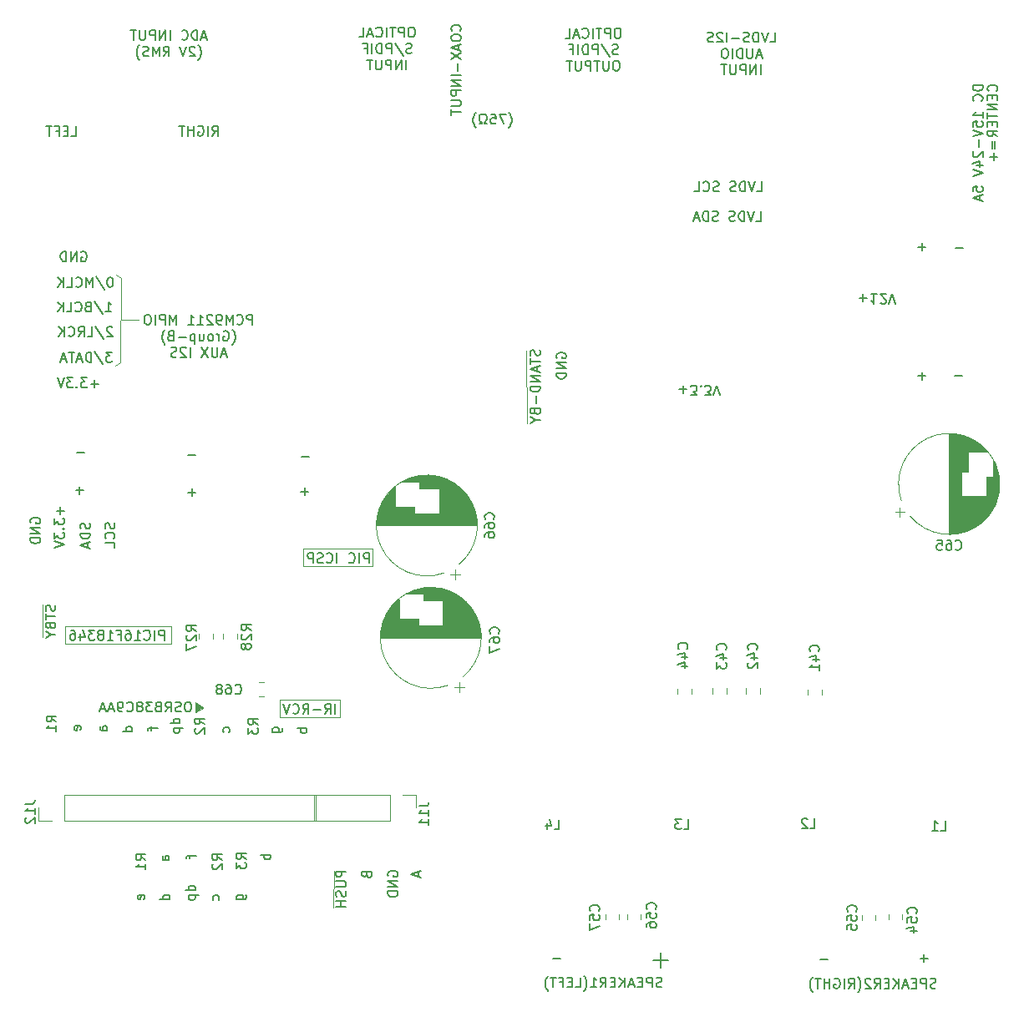
<source format=gbo>
G04 #@! TF.GenerationSoftware,KiCad,Pcbnew,(5.1.6-0-10_14)*
G04 #@! TF.CreationDate,2020-08-23T05:08:53+09:00*
G04 #@! TF.ProjectId,TAS6422AMP,54415336-3432-4324-914d-502e6b696361,0.3*
G04 #@! TF.SameCoordinates,Original*
G04 #@! TF.FileFunction,Legend,Bot*
G04 #@! TF.FilePolarity,Positive*
%FSLAX46Y46*%
G04 Gerber Fmt 4.6, Leading zero omitted, Abs format (unit mm)*
G04 Created by KiCad (PCBNEW (5.1.6-0-10_14)) date 2020-08-23 05:08:53*
%MOMM*%
%LPD*%
G01*
G04 APERTURE LIST*
%ADD10C,0.150000*%
%ADD11C,0.120000*%
%ADD12C,0.100000*%
G04 APERTURE END LIST*
D10*
X125715234Y-64386673D02*
X125762853Y-64339054D01*
X125858091Y-64196197D01*
X125905710Y-64100959D01*
X125953329Y-63958101D01*
X126000948Y-63720006D01*
X126000948Y-63529530D01*
X125953329Y-63291435D01*
X125905710Y-63148578D01*
X125858091Y-63053340D01*
X125762853Y-62910482D01*
X125715234Y-62862863D01*
X125429520Y-63005720D02*
X124762853Y-63005720D01*
X125191424Y-64005720D01*
X123905710Y-63005720D02*
X124381900Y-63005720D01*
X124429520Y-63481911D01*
X124381900Y-63434292D01*
X124286662Y-63386673D01*
X124048567Y-63386673D01*
X123953329Y-63434292D01*
X123905710Y-63481911D01*
X123858091Y-63577149D01*
X123858091Y-63815244D01*
X123905710Y-63910482D01*
X123953329Y-63958101D01*
X124048567Y-64005720D01*
X124286662Y-64005720D01*
X124381900Y-63958101D01*
X124429520Y-63910482D01*
X123477139Y-64005720D02*
X123239043Y-64005720D01*
X123239043Y-63815244D01*
X123334281Y-63767625D01*
X123429520Y-63672387D01*
X123477139Y-63529530D01*
X123477139Y-63291435D01*
X123429520Y-63148578D01*
X123334281Y-63053340D01*
X123191424Y-63005720D01*
X123000948Y-63005720D01*
X122858091Y-63053340D01*
X122762853Y-63148578D01*
X122715234Y-63291435D01*
X122715234Y-63529530D01*
X122762853Y-63672387D01*
X122858091Y-63767625D01*
X122953329Y-63815244D01*
X122953329Y-64005720D01*
X122715234Y-64005720D01*
X122381900Y-64386673D02*
X122334281Y-64339054D01*
X122239043Y-64196197D01*
X122191424Y-64100959D01*
X122143805Y-63958101D01*
X122096186Y-63720006D01*
X122096186Y-63529530D01*
X122143805Y-63291435D01*
X122191424Y-63148578D01*
X122239043Y-63053340D01*
X122334281Y-62910482D01*
X122381900Y-62862863D01*
X93290162Y-122614440D02*
X93099686Y-122614440D01*
X93004448Y-122662060D01*
X92909210Y-122757298D01*
X92861591Y-122947774D01*
X92861591Y-123281107D01*
X92909210Y-123471583D01*
X93004448Y-123566821D01*
X93099686Y-123614440D01*
X93290162Y-123614440D01*
X93385400Y-123566821D01*
X93480639Y-123471583D01*
X93528258Y-123281107D01*
X93528258Y-122947774D01*
X93480639Y-122757298D01*
X93385400Y-122662060D01*
X93290162Y-122614440D01*
X92480639Y-123566821D02*
X92337781Y-123614440D01*
X92099686Y-123614440D01*
X92004448Y-123566821D01*
X91956829Y-123519202D01*
X91909210Y-123423964D01*
X91909210Y-123328726D01*
X91956829Y-123233488D01*
X92004448Y-123185869D01*
X92099686Y-123138250D01*
X92290162Y-123090631D01*
X92385400Y-123043012D01*
X92433020Y-122995393D01*
X92480639Y-122900155D01*
X92480639Y-122804917D01*
X92433020Y-122709679D01*
X92385400Y-122662060D01*
X92290162Y-122614440D01*
X92052067Y-122614440D01*
X91909210Y-122662060D01*
X90909210Y-123614440D02*
X91242543Y-123138250D01*
X91480639Y-123614440D02*
X91480639Y-122614440D01*
X91099686Y-122614440D01*
X91004448Y-122662060D01*
X90956829Y-122709679D01*
X90909210Y-122804917D01*
X90909210Y-122947774D01*
X90956829Y-123043012D01*
X91004448Y-123090631D01*
X91099686Y-123138250D01*
X91480639Y-123138250D01*
X90147305Y-123090631D02*
X90004448Y-123138250D01*
X89956829Y-123185869D01*
X89909210Y-123281107D01*
X89909210Y-123423964D01*
X89956829Y-123519202D01*
X90004448Y-123566821D01*
X90099686Y-123614440D01*
X90480639Y-123614440D01*
X90480639Y-122614440D01*
X90147305Y-122614440D01*
X90052067Y-122662060D01*
X90004448Y-122709679D01*
X89956829Y-122804917D01*
X89956829Y-122900155D01*
X90004448Y-122995393D01*
X90052067Y-123043012D01*
X90147305Y-123090631D01*
X90480639Y-123090631D01*
X89575877Y-122614440D02*
X88956829Y-122614440D01*
X89290162Y-122995393D01*
X89147305Y-122995393D01*
X89052067Y-123043012D01*
X89004448Y-123090631D01*
X88956829Y-123185869D01*
X88956829Y-123423964D01*
X89004448Y-123519202D01*
X89052067Y-123566821D01*
X89147305Y-123614440D01*
X89433020Y-123614440D01*
X89528258Y-123566821D01*
X89575877Y-123519202D01*
X88385400Y-123043012D02*
X88480639Y-122995393D01*
X88528258Y-122947774D01*
X88575877Y-122852536D01*
X88575877Y-122804917D01*
X88528258Y-122709679D01*
X88480639Y-122662060D01*
X88385400Y-122614440D01*
X88194924Y-122614440D01*
X88099686Y-122662060D01*
X88052067Y-122709679D01*
X88004448Y-122804917D01*
X88004448Y-122852536D01*
X88052067Y-122947774D01*
X88099686Y-122995393D01*
X88194924Y-123043012D01*
X88385400Y-123043012D01*
X88480639Y-123090631D01*
X88528258Y-123138250D01*
X88575877Y-123233488D01*
X88575877Y-123423964D01*
X88528258Y-123519202D01*
X88480639Y-123566821D01*
X88385400Y-123614440D01*
X88194924Y-123614440D01*
X88099686Y-123566821D01*
X88052067Y-123519202D01*
X88004448Y-123423964D01*
X88004448Y-123233488D01*
X88052067Y-123138250D01*
X88099686Y-123090631D01*
X88194924Y-123043012D01*
X87004448Y-123519202D02*
X87052067Y-123566821D01*
X87194924Y-123614440D01*
X87290162Y-123614440D01*
X87433020Y-123566821D01*
X87528258Y-123471583D01*
X87575877Y-123376345D01*
X87623496Y-123185869D01*
X87623496Y-123043012D01*
X87575877Y-122852536D01*
X87528258Y-122757298D01*
X87433020Y-122662060D01*
X87290162Y-122614440D01*
X87194924Y-122614440D01*
X87052067Y-122662060D01*
X87004448Y-122709679D01*
X86528258Y-123614440D02*
X86337781Y-123614440D01*
X86242543Y-123566821D01*
X86194924Y-123519202D01*
X86099686Y-123376345D01*
X86052067Y-123185869D01*
X86052067Y-122804917D01*
X86099686Y-122709679D01*
X86147305Y-122662060D01*
X86242543Y-122614440D01*
X86433020Y-122614440D01*
X86528258Y-122662060D01*
X86575877Y-122709679D01*
X86623496Y-122804917D01*
X86623496Y-123043012D01*
X86575877Y-123138250D01*
X86528258Y-123185869D01*
X86433020Y-123233488D01*
X86242543Y-123233488D01*
X86147305Y-123185869D01*
X86099686Y-123138250D01*
X86052067Y-123043012D01*
X85671115Y-123328726D02*
X85194924Y-123328726D01*
X85766353Y-123614440D02*
X85433020Y-122614440D01*
X85099686Y-123614440D01*
X84813972Y-123328726D02*
X84337781Y-123328726D01*
X84909210Y-123614440D02*
X84575877Y-122614440D01*
X84242543Y-123614440D01*
D11*
X107962700Y-139766040D02*
X107906820Y-143479520D01*
D10*
X113510440Y-140291915D02*
X113462820Y-140196677D01*
X113462820Y-140053820D01*
X113510440Y-139910962D01*
X113605678Y-139815724D01*
X113700916Y-139768105D01*
X113891392Y-139720486D01*
X114034249Y-139720486D01*
X114224725Y-139768105D01*
X114319963Y-139815724D01*
X114415201Y-139910962D01*
X114462820Y-140053820D01*
X114462820Y-140149058D01*
X114415201Y-140291915D01*
X114367582Y-140339534D01*
X114034249Y-140339534D01*
X114034249Y-140149058D01*
X114462820Y-140768105D02*
X113462820Y-140768105D01*
X114462820Y-141339534D01*
X113462820Y-141339534D01*
X114462820Y-141815724D02*
X113462820Y-141815724D01*
X113462820Y-142053820D01*
X113510440Y-142196677D01*
X113605678Y-142291915D01*
X113700916Y-142339534D01*
X113891392Y-142387153D01*
X114034249Y-142387153D01*
X114224725Y-142339534D01*
X114319963Y-142291915D01*
X114415201Y-142196677D01*
X114462820Y-142053820D01*
X114462820Y-141815724D01*
X116529146Y-139827664D02*
X116529146Y-140303855D01*
X116814860Y-139732426D02*
X115814860Y-140065760D01*
X116814860Y-140399093D01*
X111307571Y-140154968D02*
X111355190Y-140297825D01*
X111402809Y-140345444D01*
X111498047Y-140393063D01*
X111640904Y-140393063D01*
X111736142Y-140345444D01*
X111783761Y-140297825D01*
X111831380Y-140202587D01*
X111831380Y-139821635D01*
X110831380Y-139821635D01*
X110831380Y-140154968D01*
X110879000Y-140250206D01*
X110926619Y-140297825D01*
X111021857Y-140345444D01*
X111117095Y-140345444D01*
X111212333Y-140297825D01*
X111259952Y-140250206D01*
X111307571Y-140154968D01*
X111307571Y-139821635D01*
X88910420Y-138667193D02*
X88434230Y-138333860D01*
X88910420Y-138095764D02*
X87910420Y-138095764D01*
X87910420Y-138476717D01*
X87958040Y-138571955D01*
X88005659Y-138619574D01*
X88100897Y-138667193D01*
X88243754Y-138667193D01*
X88338992Y-138619574D01*
X88386611Y-138571955D01*
X88434230Y-138476717D01*
X88434230Y-138095764D01*
X88910420Y-139619574D02*
X88910420Y-139048145D01*
X88910420Y-139333860D02*
X87910420Y-139333860D01*
X88053278Y-139238621D01*
X88148516Y-139143383D01*
X88196135Y-139048145D01*
X109199940Y-139796425D02*
X108199940Y-139796425D01*
X108199940Y-140177378D01*
X108247560Y-140272616D01*
X108295179Y-140320235D01*
X108390417Y-140367854D01*
X108533274Y-140367854D01*
X108628512Y-140320235D01*
X108676131Y-140272616D01*
X108723750Y-140177378D01*
X108723750Y-139796425D01*
X108199940Y-140796425D02*
X109009464Y-140796425D01*
X109104702Y-140844044D01*
X109152321Y-140891663D01*
X109199940Y-140986901D01*
X109199940Y-141177378D01*
X109152321Y-141272616D01*
X109104702Y-141320235D01*
X109009464Y-141367854D01*
X108199940Y-141367854D01*
X109152321Y-141796425D02*
X109199940Y-141939282D01*
X109199940Y-142177378D01*
X109152321Y-142272616D01*
X109104702Y-142320235D01*
X109009464Y-142367854D01*
X108914226Y-142367854D01*
X108818988Y-142320235D01*
X108771369Y-142272616D01*
X108723750Y-142177378D01*
X108676131Y-141986901D01*
X108628512Y-141891663D01*
X108580893Y-141844044D01*
X108485655Y-141796425D01*
X108390417Y-141796425D01*
X108295179Y-141844044D01*
X108247560Y-141891663D01*
X108199940Y-141986901D01*
X108199940Y-142224997D01*
X108247560Y-142367854D01*
X109199940Y-142796425D02*
X108199940Y-142796425D01*
X108676131Y-142796425D02*
X108676131Y-143367854D01*
X109199940Y-143367854D02*
X108199940Y-143367854D01*
D12*
G36*
X94673420Y-123174760D02*
G01*
X94673420Y-123240800D01*
X93939360Y-123624340D01*
X93924120Y-122641360D01*
X94673420Y-123174760D01*
G37*
X94673420Y-123174760D02*
X94673420Y-123240800D01*
X93939360Y-123624340D01*
X93924120Y-122641360D01*
X94673420Y-123174760D01*
D10*
X130589400Y-87754555D02*
X130541780Y-87659317D01*
X130541780Y-87516460D01*
X130589400Y-87373602D01*
X130684638Y-87278364D01*
X130779876Y-87230745D01*
X130970352Y-87183126D01*
X131113209Y-87183126D01*
X131303685Y-87230745D01*
X131398923Y-87278364D01*
X131494161Y-87373602D01*
X131541780Y-87516460D01*
X131541780Y-87611698D01*
X131494161Y-87754555D01*
X131446542Y-87802174D01*
X131113209Y-87802174D01*
X131113209Y-87611698D01*
X131541780Y-88230745D02*
X130541780Y-88230745D01*
X131541780Y-88802174D01*
X130541780Y-88802174D01*
X131541780Y-89278364D02*
X130541780Y-89278364D01*
X130541780Y-89516460D01*
X130589400Y-89659317D01*
X130684638Y-89754555D01*
X130779876Y-89802174D01*
X130970352Y-89849793D01*
X131113209Y-89849793D01*
X131303685Y-89802174D01*
X131398923Y-89754555D01*
X131494161Y-89659317D01*
X131541780Y-89516460D01*
X131541780Y-89278364D01*
D11*
X127513080Y-87000080D02*
X127574040Y-94355920D01*
X102524560Y-122365360D02*
X102524560Y-124165360D01*
X102524560Y-124165360D02*
X108574840Y-124170440D01*
X108579920Y-124172980D02*
X108579920Y-122372980D01*
X108592620Y-122382280D02*
X102524560Y-122365360D01*
D10*
X108115099Y-123817640D02*
X108115099Y-122817640D01*
X107067480Y-123817640D02*
X107400813Y-123341450D01*
X107638908Y-123817640D02*
X107638908Y-122817640D01*
X107257956Y-122817640D01*
X107162718Y-122865260D01*
X107115099Y-122912879D01*
X107067480Y-123008117D01*
X107067480Y-123150974D01*
X107115099Y-123246212D01*
X107162718Y-123293831D01*
X107257956Y-123341450D01*
X107638908Y-123341450D01*
X106638908Y-123436688D02*
X105877003Y-123436688D01*
X104829384Y-123817640D02*
X105162718Y-123341450D01*
X105400813Y-123817640D02*
X105400813Y-122817640D01*
X105019860Y-122817640D01*
X104924622Y-122865260D01*
X104877003Y-122912879D01*
X104829384Y-123008117D01*
X104829384Y-123150974D01*
X104877003Y-123246212D01*
X104924622Y-123293831D01*
X105019860Y-123341450D01*
X105400813Y-123341450D01*
X103829384Y-123722402D02*
X103877003Y-123770021D01*
X104019860Y-123817640D01*
X104115099Y-123817640D01*
X104257956Y-123770021D01*
X104353194Y-123674783D01*
X104400813Y-123579545D01*
X104448432Y-123389069D01*
X104448432Y-123246212D01*
X104400813Y-123055736D01*
X104353194Y-122960498D01*
X104257956Y-122865260D01*
X104115099Y-122817640D01*
X104019860Y-122817640D01*
X103877003Y-122865260D01*
X103829384Y-122912879D01*
X103543670Y-122817640D02*
X103210337Y-123817640D01*
X102877003Y-122817640D01*
D11*
X78496160Y-112715040D02*
X78496160Y-116050060D01*
D10*
X158015892Y-148709688D02*
X157253987Y-148709688D01*
X130952192Y-148610628D02*
X130190287Y-148610628D01*
X168188592Y-148613168D02*
X167426687Y-148613168D01*
X167807640Y-148994120D02*
X167807640Y-148232216D01*
X141863984Y-148781117D02*
X140340175Y-148781117D01*
X141102080Y-149543021D02*
X141102080Y-148019212D01*
X142995900Y-90911371D02*
X143757804Y-90911371D01*
X143376852Y-90530419D02*
X143376852Y-91292323D01*
X144138757Y-91530419D02*
X144757804Y-91530419D01*
X144424471Y-91149466D01*
X144567328Y-91149466D01*
X144662566Y-91101847D01*
X144710185Y-91054228D01*
X144757804Y-90958990D01*
X144757804Y-90720895D01*
X144710185Y-90625657D01*
X144662566Y-90578038D01*
X144567328Y-90530419D01*
X144281614Y-90530419D01*
X144186376Y-90578038D01*
X144138757Y-90625657D01*
X145186376Y-90625657D02*
X145233995Y-90578038D01*
X145186376Y-90530419D01*
X145138757Y-90578038D01*
X145186376Y-90625657D01*
X145186376Y-90530419D01*
X145567328Y-91530419D02*
X146186376Y-91530419D01*
X145853042Y-91149466D01*
X145995900Y-91149466D01*
X146091138Y-91101847D01*
X146138757Y-91054228D01*
X146186376Y-90958990D01*
X146186376Y-90720895D01*
X146138757Y-90625657D01*
X146091138Y-90578038D01*
X145995900Y-90530419D01*
X145710185Y-90530419D01*
X145614947Y-90578038D01*
X145567328Y-90625657D01*
X146472090Y-91530419D02*
X146805423Y-90530419D01*
X147138757Y-91530419D01*
X161255295Y-81630211D02*
X162017200Y-81630211D01*
X161636247Y-81249259D02*
X161636247Y-82011163D01*
X163017200Y-81249259D02*
X162445771Y-81249259D01*
X162731485Y-81249259D02*
X162731485Y-82249259D01*
X162636247Y-82106401D01*
X162541009Y-82011163D01*
X162445771Y-81963544D01*
X163398152Y-82154020D02*
X163445771Y-82201640D01*
X163541009Y-82249259D01*
X163779104Y-82249259D01*
X163874342Y-82201640D01*
X163921961Y-82154020D01*
X163969580Y-82058782D01*
X163969580Y-81963544D01*
X163921961Y-81820687D01*
X163350533Y-81249259D01*
X163969580Y-81249259D01*
X164255295Y-82249259D02*
X164588628Y-81249259D01*
X164921961Y-82249259D01*
X128834781Y-86945293D02*
X128882400Y-87088150D01*
X128882400Y-87326245D01*
X128834781Y-87421483D01*
X128787162Y-87469102D01*
X128691924Y-87516721D01*
X128596686Y-87516721D01*
X128501448Y-87469102D01*
X128453829Y-87421483D01*
X128406210Y-87326245D01*
X128358591Y-87135769D01*
X128310972Y-87040531D01*
X128263353Y-86992912D01*
X128168115Y-86945293D01*
X128072877Y-86945293D01*
X127977639Y-86992912D01*
X127930020Y-87040531D01*
X127882400Y-87135769D01*
X127882400Y-87373864D01*
X127930020Y-87516721D01*
X127882400Y-87802436D02*
X127882400Y-88373864D01*
X128882400Y-88088150D02*
X127882400Y-88088150D01*
X128596686Y-88659579D02*
X128596686Y-89135769D01*
X128882400Y-88564340D02*
X127882400Y-88897674D01*
X128882400Y-89231007D01*
X128882400Y-89564340D02*
X127882400Y-89564340D01*
X128882400Y-90135769D01*
X127882400Y-90135769D01*
X128882400Y-90611960D02*
X127882400Y-90611960D01*
X127882400Y-90850055D01*
X127930020Y-90992912D01*
X128025258Y-91088150D01*
X128120496Y-91135769D01*
X128310972Y-91183388D01*
X128453829Y-91183388D01*
X128644305Y-91135769D01*
X128739543Y-91088150D01*
X128834781Y-90992912D01*
X128882400Y-90850055D01*
X128882400Y-90611960D01*
X128501448Y-91611960D02*
X128501448Y-92373864D01*
X128358591Y-93183388D02*
X128406210Y-93326245D01*
X128453829Y-93373864D01*
X128549067Y-93421483D01*
X128691924Y-93421483D01*
X128787162Y-93373864D01*
X128834781Y-93326245D01*
X128882400Y-93231007D01*
X128882400Y-92850055D01*
X127882400Y-92850055D01*
X127882400Y-93183388D01*
X127930020Y-93278626D01*
X127977639Y-93326245D01*
X128072877Y-93373864D01*
X128168115Y-93373864D01*
X128263353Y-93326245D01*
X128310972Y-93278626D01*
X128358591Y-93183388D01*
X128358591Y-92850055D01*
X128406210Y-94040531D02*
X128882400Y-94040531D01*
X127882400Y-93707198D02*
X128406210Y-94040531D01*
X127882400Y-94373864D01*
X95656233Y-65207140D02*
X95989566Y-64730950D01*
X96227661Y-65207140D02*
X96227661Y-64207140D01*
X95846709Y-64207140D01*
X95751471Y-64254760D01*
X95703852Y-64302379D01*
X95656233Y-64397617D01*
X95656233Y-64540474D01*
X95703852Y-64635712D01*
X95751471Y-64683331D01*
X95846709Y-64730950D01*
X96227661Y-64730950D01*
X95227661Y-65207140D02*
X95227661Y-64207140D01*
X94227661Y-64254760D02*
X94322900Y-64207140D01*
X94465757Y-64207140D01*
X94608614Y-64254760D01*
X94703852Y-64349998D01*
X94751471Y-64445236D01*
X94799090Y-64635712D01*
X94799090Y-64778569D01*
X94751471Y-64969045D01*
X94703852Y-65064283D01*
X94608614Y-65159521D01*
X94465757Y-65207140D01*
X94370519Y-65207140D01*
X94227661Y-65159521D01*
X94180042Y-65111902D01*
X94180042Y-64778569D01*
X94370519Y-64778569D01*
X93751471Y-65207140D02*
X93751471Y-64207140D01*
X93751471Y-64683331D02*
X93180042Y-64683331D01*
X93180042Y-65207140D02*
X93180042Y-64207140D01*
X92846709Y-64207140D02*
X92275280Y-64207140D01*
X92560995Y-65207140D02*
X92560995Y-64207140D01*
X81351000Y-65265560D02*
X81827191Y-65265560D01*
X81827191Y-64265560D01*
X81017667Y-64741751D02*
X80684334Y-64741751D01*
X80541477Y-65265560D02*
X81017667Y-65265560D01*
X81017667Y-64265560D01*
X80541477Y-64265560D01*
X79779572Y-64741751D02*
X80112905Y-64741751D01*
X80112905Y-65265560D02*
X80112905Y-64265560D01*
X79636715Y-64265560D01*
X79398620Y-64265560D02*
X78827191Y-64265560D01*
X79112905Y-65265560D02*
X79112905Y-64265560D01*
X79706101Y-112813981D02*
X79753720Y-112956839D01*
X79753720Y-113194934D01*
X79706101Y-113290172D01*
X79658482Y-113337791D01*
X79563244Y-113385410D01*
X79468006Y-113385410D01*
X79372768Y-113337791D01*
X79325149Y-113290172D01*
X79277530Y-113194934D01*
X79229911Y-113004458D01*
X79182292Y-112909220D01*
X79134673Y-112861600D01*
X79039435Y-112813981D01*
X78944197Y-112813981D01*
X78848959Y-112861600D01*
X78801340Y-112909220D01*
X78753720Y-113004458D01*
X78753720Y-113242553D01*
X78801340Y-113385410D01*
X78753720Y-113671124D02*
X78753720Y-114242553D01*
X79753720Y-113956839D02*
X78753720Y-113956839D01*
X79229911Y-114909220D02*
X79277530Y-115052077D01*
X79325149Y-115099696D01*
X79420387Y-115147315D01*
X79563244Y-115147315D01*
X79658482Y-115099696D01*
X79706101Y-115052077D01*
X79753720Y-114956839D01*
X79753720Y-114575886D01*
X78753720Y-114575886D01*
X78753720Y-114909220D01*
X78801340Y-115004458D01*
X78848959Y-115052077D01*
X78944197Y-115099696D01*
X79039435Y-115099696D01*
X79134673Y-115052077D01*
X79182292Y-115004458D01*
X79229911Y-114909220D01*
X79229911Y-114575886D01*
X79277530Y-115766362D02*
X79753720Y-115766362D01*
X78753720Y-115433029D02*
X79277530Y-115766362D01*
X78753720Y-116099696D01*
X85718281Y-104481143D02*
X85765900Y-104624000D01*
X85765900Y-104862096D01*
X85718281Y-104957334D01*
X85670662Y-105004953D01*
X85575424Y-105052572D01*
X85480186Y-105052572D01*
X85384948Y-105004953D01*
X85337329Y-104957334D01*
X85289710Y-104862096D01*
X85242091Y-104671620D01*
X85194472Y-104576381D01*
X85146853Y-104528762D01*
X85051615Y-104481143D01*
X84956377Y-104481143D01*
X84861139Y-104528762D01*
X84813520Y-104576381D01*
X84765900Y-104671620D01*
X84765900Y-104909715D01*
X84813520Y-105052572D01*
X85670662Y-106052572D02*
X85718281Y-106004953D01*
X85765900Y-105862096D01*
X85765900Y-105766858D01*
X85718281Y-105624000D01*
X85623043Y-105528762D01*
X85527805Y-105481143D01*
X85337329Y-105433524D01*
X85194472Y-105433524D01*
X85003996Y-105481143D01*
X84908758Y-105528762D01*
X84813520Y-105624000D01*
X84765900Y-105766858D01*
X84765900Y-105862096D01*
X84813520Y-106004953D01*
X84861139Y-106052572D01*
X85765900Y-106957334D02*
X85765900Y-106481143D01*
X84765900Y-106481143D01*
X83231621Y-104505594D02*
X83279240Y-104648451D01*
X83279240Y-104886546D01*
X83231621Y-104981784D01*
X83184002Y-105029403D01*
X83088764Y-105077022D01*
X82993526Y-105077022D01*
X82898288Y-105029403D01*
X82850669Y-104981784D01*
X82803050Y-104886546D01*
X82755431Y-104696070D01*
X82707812Y-104600832D01*
X82660193Y-104553213D01*
X82564955Y-104505594D01*
X82469717Y-104505594D01*
X82374479Y-104553213D01*
X82326860Y-104600832D01*
X82279240Y-104696070D01*
X82279240Y-104934165D01*
X82326860Y-105077022D01*
X83279240Y-105505594D02*
X82279240Y-105505594D01*
X82279240Y-105743689D01*
X82326860Y-105886546D01*
X82422098Y-105981784D01*
X82517336Y-106029403D01*
X82707812Y-106077022D01*
X82850669Y-106077022D01*
X83041145Y-106029403D01*
X83136383Y-105981784D01*
X83231621Y-105886546D01*
X83279240Y-105743689D01*
X83279240Y-105505594D01*
X82993526Y-106457975D02*
X82993526Y-106934165D01*
X83279240Y-106362737D02*
X82279240Y-106696070D01*
X83279240Y-107029403D01*
X80241448Y-102858820D02*
X80241448Y-103620724D01*
X80622400Y-103239772D02*
X79860496Y-103239772D01*
X79622400Y-104001677D02*
X79622400Y-104620724D01*
X80003353Y-104287391D01*
X80003353Y-104430248D01*
X80050972Y-104525486D01*
X80098591Y-104573105D01*
X80193829Y-104620724D01*
X80431924Y-104620724D01*
X80527162Y-104573105D01*
X80574781Y-104525486D01*
X80622400Y-104430248D01*
X80622400Y-104144534D01*
X80574781Y-104049296D01*
X80527162Y-104001677D01*
X80527162Y-105049296D02*
X80574781Y-105096915D01*
X80622400Y-105049296D01*
X80574781Y-105001677D01*
X80527162Y-105049296D01*
X80622400Y-105049296D01*
X79622400Y-105430248D02*
X79622400Y-106049296D01*
X80003353Y-105715962D01*
X80003353Y-105858820D01*
X80050972Y-105954058D01*
X80098591Y-106001677D01*
X80193829Y-106049296D01*
X80431924Y-106049296D01*
X80527162Y-106001677D01*
X80574781Y-105954058D01*
X80622400Y-105858820D01*
X80622400Y-105573105D01*
X80574781Y-105477867D01*
X80527162Y-105430248D01*
X79622400Y-106335010D02*
X80622400Y-106668343D01*
X79622400Y-107001677D01*
D11*
X91457780Y-114917220D02*
X80705960Y-114920620D01*
X91465400Y-116722300D02*
X91465400Y-114922300D01*
X80705960Y-116720620D02*
X91447620Y-116725700D01*
X80705960Y-114920620D02*
X80705960Y-116720620D01*
D10*
X141226031Y-151507301D02*
X141083174Y-151554920D01*
X140845079Y-151554920D01*
X140749840Y-151507301D01*
X140702221Y-151459682D01*
X140654602Y-151364444D01*
X140654602Y-151269206D01*
X140702221Y-151173968D01*
X140749840Y-151126349D01*
X140845079Y-151078730D01*
X141035555Y-151031111D01*
X141130793Y-150983492D01*
X141178412Y-150935873D01*
X141226031Y-150840635D01*
X141226031Y-150745397D01*
X141178412Y-150650159D01*
X141130793Y-150602540D01*
X141035555Y-150554920D01*
X140797460Y-150554920D01*
X140654602Y-150602540D01*
X140226031Y-151554920D02*
X140226031Y-150554920D01*
X139845079Y-150554920D01*
X139749840Y-150602540D01*
X139702221Y-150650159D01*
X139654602Y-150745397D01*
X139654602Y-150888254D01*
X139702221Y-150983492D01*
X139749840Y-151031111D01*
X139845079Y-151078730D01*
X140226031Y-151078730D01*
X139226031Y-151031111D02*
X138892698Y-151031111D01*
X138749840Y-151554920D02*
X139226031Y-151554920D01*
X139226031Y-150554920D01*
X138749840Y-150554920D01*
X138368888Y-151269206D02*
X137892698Y-151269206D01*
X138464126Y-151554920D02*
X138130793Y-150554920D01*
X137797460Y-151554920D01*
X137464126Y-151554920D02*
X137464126Y-150554920D01*
X136892698Y-151554920D02*
X137321269Y-150983492D01*
X136892698Y-150554920D02*
X137464126Y-151126349D01*
X136464126Y-151031111D02*
X136130793Y-151031111D01*
X135987936Y-151554920D02*
X136464126Y-151554920D01*
X136464126Y-150554920D01*
X135987936Y-150554920D01*
X134987936Y-151554920D02*
X135321269Y-151078730D01*
X135559364Y-151554920D02*
X135559364Y-150554920D01*
X135178412Y-150554920D01*
X135083174Y-150602540D01*
X135035555Y-150650159D01*
X134987936Y-150745397D01*
X134987936Y-150888254D01*
X135035555Y-150983492D01*
X135083174Y-151031111D01*
X135178412Y-151078730D01*
X135559364Y-151078730D01*
X134035555Y-151554920D02*
X134606983Y-151554920D01*
X134321269Y-151554920D02*
X134321269Y-150554920D01*
X134416507Y-150697778D01*
X134511745Y-150793016D01*
X134606983Y-150840635D01*
X133321269Y-151935873D02*
X133368888Y-151888254D01*
X133464126Y-151745397D01*
X133511745Y-151650159D01*
X133559364Y-151507301D01*
X133606983Y-151269206D01*
X133606983Y-151078730D01*
X133559364Y-150840635D01*
X133511745Y-150697778D01*
X133464126Y-150602540D01*
X133368888Y-150459682D01*
X133321269Y-150412063D01*
X132464126Y-151554920D02*
X132940317Y-151554920D01*
X132940317Y-150554920D01*
X132130793Y-151031111D02*
X131797460Y-151031111D01*
X131654602Y-151554920D02*
X132130793Y-151554920D01*
X132130793Y-150554920D01*
X131654602Y-150554920D01*
X130892698Y-151031111D02*
X131226031Y-151031111D01*
X131226031Y-151554920D02*
X131226031Y-150554920D01*
X130749840Y-150554920D01*
X130511745Y-150554920D02*
X129940317Y-150554920D01*
X130226031Y-151554920D02*
X130226031Y-150554920D01*
X129702221Y-151935873D02*
X129654602Y-151888254D01*
X129559364Y-151745397D01*
X129511745Y-151650159D01*
X129464126Y-151507301D01*
X129416507Y-151269206D01*
X129416507Y-151078730D01*
X129464126Y-150840635D01*
X129511745Y-150697778D01*
X129559364Y-150602540D01*
X129654602Y-150459682D01*
X129702221Y-150412063D01*
X169002221Y-151607301D02*
X168859364Y-151654920D01*
X168621269Y-151654920D01*
X168526031Y-151607301D01*
X168478412Y-151559682D01*
X168430793Y-151464444D01*
X168430793Y-151369206D01*
X168478412Y-151273968D01*
X168526031Y-151226349D01*
X168621269Y-151178730D01*
X168811745Y-151131111D01*
X168906983Y-151083492D01*
X168954602Y-151035873D01*
X169002221Y-150940635D01*
X169002221Y-150845397D01*
X168954602Y-150750159D01*
X168906983Y-150702540D01*
X168811745Y-150654920D01*
X168573650Y-150654920D01*
X168430793Y-150702540D01*
X168002221Y-151654920D02*
X168002221Y-150654920D01*
X167621269Y-150654920D01*
X167526031Y-150702540D01*
X167478412Y-150750159D01*
X167430793Y-150845397D01*
X167430793Y-150988254D01*
X167478412Y-151083492D01*
X167526031Y-151131111D01*
X167621269Y-151178730D01*
X168002221Y-151178730D01*
X167002221Y-151131111D02*
X166668888Y-151131111D01*
X166526031Y-151654920D02*
X167002221Y-151654920D01*
X167002221Y-150654920D01*
X166526031Y-150654920D01*
X166145079Y-151369206D02*
X165668888Y-151369206D01*
X166240317Y-151654920D02*
X165906983Y-150654920D01*
X165573650Y-151654920D01*
X165240317Y-151654920D02*
X165240317Y-150654920D01*
X164668888Y-151654920D02*
X165097460Y-151083492D01*
X164668888Y-150654920D02*
X165240317Y-151226349D01*
X164240317Y-151131111D02*
X163906983Y-151131111D01*
X163764126Y-151654920D02*
X164240317Y-151654920D01*
X164240317Y-150654920D01*
X163764126Y-150654920D01*
X162764126Y-151654920D02*
X163097460Y-151178730D01*
X163335555Y-151654920D02*
X163335555Y-150654920D01*
X162954602Y-150654920D01*
X162859364Y-150702540D01*
X162811745Y-150750159D01*
X162764126Y-150845397D01*
X162764126Y-150988254D01*
X162811745Y-151083492D01*
X162859364Y-151131111D01*
X162954602Y-151178730D01*
X163335555Y-151178730D01*
X162383174Y-150750159D02*
X162335555Y-150702540D01*
X162240317Y-150654920D01*
X162002221Y-150654920D01*
X161906983Y-150702540D01*
X161859364Y-150750159D01*
X161811745Y-150845397D01*
X161811745Y-150940635D01*
X161859364Y-151083492D01*
X162430793Y-151654920D01*
X161811745Y-151654920D01*
X161097460Y-152035873D02*
X161145079Y-151988254D01*
X161240317Y-151845397D01*
X161287936Y-151750159D01*
X161335555Y-151607301D01*
X161383174Y-151369206D01*
X161383174Y-151178730D01*
X161335555Y-150940635D01*
X161287936Y-150797778D01*
X161240317Y-150702540D01*
X161145079Y-150559682D01*
X161097460Y-150512063D01*
X160145079Y-151654920D02*
X160478412Y-151178730D01*
X160716507Y-151654920D02*
X160716507Y-150654920D01*
X160335555Y-150654920D01*
X160240317Y-150702540D01*
X160192698Y-150750159D01*
X160145079Y-150845397D01*
X160145079Y-150988254D01*
X160192698Y-151083492D01*
X160240317Y-151131111D01*
X160335555Y-151178730D01*
X160716507Y-151178730D01*
X159716507Y-151654920D02*
X159716507Y-150654920D01*
X158716507Y-150702540D02*
X158811745Y-150654920D01*
X158954602Y-150654920D01*
X159097460Y-150702540D01*
X159192698Y-150797778D01*
X159240317Y-150893016D01*
X159287936Y-151083492D01*
X159287936Y-151226349D01*
X159240317Y-151416825D01*
X159192698Y-151512063D01*
X159097460Y-151607301D01*
X158954602Y-151654920D01*
X158859364Y-151654920D01*
X158716507Y-151607301D01*
X158668888Y-151559682D01*
X158668888Y-151226349D01*
X158859364Y-151226349D01*
X158240317Y-151654920D02*
X158240317Y-150654920D01*
X158240317Y-151131111D02*
X157668888Y-151131111D01*
X157668888Y-151654920D02*
X157668888Y-150654920D01*
X157335555Y-150654920D02*
X156764126Y-150654920D01*
X157049840Y-151654920D02*
X157049840Y-150654920D01*
X156526031Y-152035873D02*
X156478412Y-151988254D01*
X156383174Y-151845397D01*
X156335555Y-151750159D01*
X156287936Y-151607301D01*
X156240317Y-151369206D01*
X156240317Y-151178730D01*
X156287936Y-150940635D01*
X156335555Y-150797778D01*
X156383174Y-150702540D01*
X156478412Y-150559682D01*
X156526031Y-150512063D01*
X150778412Y-73854920D02*
X151254602Y-73854920D01*
X151254602Y-72854920D01*
X150587936Y-72854920D02*
X150254602Y-73854920D01*
X149921269Y-72854920D01*
X149587936Y-73854920D02*
X149587936Y-72854920D01*
X149349840Y-72854920D01*
X149206983Y-72902540D01*
X149111745Y-72997778D01*
X149064126Y-73093016D01*
X149016507Y-73283492D01*
X149016507Y-73426349D01*
X149064126Y-73616825D01*
X149111745Y-73712063D01*
X149206983Y-73807301D01*
X149349840Y-73854920D01*
X149587936Y-73854920D01*
X148635555Y-73807301D02*
X148492698Y-73854920D01*
X148254602Y-73854920D01*
X148159364Y-73807301D01*
X148111745Y-73759682D01*
X148064126Y-73664444D01*
X148064126Y-73569206D01*
X148111745Y-73473968D01*
X148159364Y-73426349D01*
X148254602Y-73378730D01*
X148445079Y-73331111D01*
X148540317Y-73283492D01*
X148587936Y-73235873D01*
X148635555Y-73140635D01*
X148635555Y-73045397D01*
X148587936Y-72950159D01*
X148540317Y-72902540D01*
X148445079Y-72854920D01*
X148206983Y-72854920D01*
X148064126Y-72902540D01*
X146921269Y-73807301D02*
X146778412Y-73854920D01*
X146540317Y-73854920D01*
X146445079Y-73807301D01*
X146397460Y-73759682D01*
X146349840Y-73664444D01*
X146349840Y-73569206D01*
X146397460Y-73473968D01*
X146445079Y-73426349D01*
X146540317Y-73378730D01*
X146730793Y-73331111D01*
X146826031Y-73283492D01*
X146873650Y-73235873D01*
X146921269Y-73140635D01*
X146921269Y-73045397D01*
X146873650Y-72950159D01*
X146826031Y-72902540D01*
X146730793Y-72854920D01*
X146492698Y-72854920D01*
X146349840Y-72902540D01*
X145921269Y-73854920D02*
X145921269Y-72854920D01*
X145683174Y-72854920D01*
X145540317Y-72902540D01*
X145445079Y-72997778D01*
X145397460Y-73093016D01*
X145349840Y-73283492D01*
X145349840Y-73426349D01*
X145397460Y-73616825D01*
X145445079Y-73712063D01*
X145540317Y-73807301D01*
X145683174Y-73854920D01*
X145921269Y-73854920D01*
X144968888Y-73569206D02*
X144492698Y-73569206D01*
X145064126Y-73854920D02*
X144730793Y-72854920D01*
X144397460Y-73854920D01*
X150854602Y-70854920D02*
X151330793Y-70854920D01*
X151330793Y-69854920D01*
X150664126Y-69854920D02*
X150330793Y-70854920D01*
X149997460Y-69854920D01*
X149664126Y-70854920D02*
X149664126Y-69854920D01*
X149426031Y-69854920D01*
X149283174Y-69902540D01*
X149187936Y-69997778D01*
X149140317Y-70093016D01*
X149092698Y-70283492D01*
X149092698Y-70426349D01*
X149140317Y-70616825D01*
X149187936Y-70712063D01*
X149283174Y-70807301D01*
X149426031Y-70854920D01*
X149664126Y-70854920D01*
X148711745Y-70807301D02*
X148568888Y-70854920D01*
X148330793Y-70854920D01*
X148235555Y-70807301D01*
X148187936Y-70759682D01*
X148140317Y-70664444D01*
X148140317Y-70569206D01*
X148187936Y-70473968D01*
X148235555Y-70426349D01*
X148330793Y-70378730D01*
X148521269Y-70331111D01*
X148616507Y-70283492D01*
X148664126Y-70235873D01*
X148711745Y-70140635D01*
X148711745Y-70045397D01*
X148664126Y-69950159D01*
X148616507Y-69902540D01*
X148521269Y-69854920D01*
X148283174Y-69854920D01*
X148140317Y-69902540D01*
X146997460Y-70807301D02*
X146854602Y-70854920D01*
X146616507Y-70854920D01*
X146521269Y-70807301D01*
X146473650Y-70759682D01*
X146426031Y-70664444D01*
X146426031Y-70569206D01*
X146473650Y-70473968D01*
X146521269Y-70426349D01*
X146616507Y-70378730D01*
X146806983Y-70331111D01*
X146902221Y-70283492D01*
X146949840Y-70235873D01*
X146997460Y-70140635D01*
X146997460Y-70045397D01*
X146949840Y-69950159D01*
X146902221Y-69902540D01*
X146806983Y-69854920D01*
X146568888Y-69854920D01*
X146426031Y-69902540D01*
X145426031Y-70759682D02*
X145473650Y-70807301D01*
X145616507Y-70854920D01*
X145711745Y-70854920D01*
X145854602Y-70807301D01*
X145949840Y-70712063D01*
X145997460Y-70616825D01*
X146045079Y-70426349D01*
X146045079Y-70283492D01*
X145997460Y-70093016D01*
X145949840Y-69997778D01*
X145854602Y-69902540D01*
X145711745Y-69854920D01*
X145616507Y-69854920D01*
X145473650Y-69902540D01*
X145426031Y-69950159D01*
X144521269Y-70854920D02*
X144997460Y-70854920D01*
X144997460Y-69854920D01*
X90786624Y-116350040D02*
X90786624Y-115350040D01*
X90405672Y-115350040D01*
X90310434Y-115397660D01*
X90262815Y-115445279D01*
X90215196Y-115540517D01*
X90215196Y-115683374D01*
X90262815Y-115778612D01*
X90310434Y-115826231D01*
X90405672Y-115873850D01*
X90786624Y-115873850D01*
X89786624Y-116350040D02*
X89786624Y-115350040D01*
X88739005Y-116254802D02*
X88786624Y-116302421D01*
X88929481Y-116350040D01*
X89024720Y-116350040D01*
X89167577Y-116302421D01*
X89262815Y-116207183D01*
X89310434Y-116111945D01*
X89358053Y-115921469D01*
X89358053Y-115778612D01*
X89310434Y-115588136D01*
X89262815Y-115492898D01*
X89167577Y-115397660D01*
X89024720Y-115350040D01*
X88929481Y-115350040D01*
X88786624Y-115397660D01*
X88739005Y-115445279D01*
X87786624Y-116350040D02*
X88358053Y-116350040D01*
X88072339Y-116350040D02*
X88072339Y-115350040D01*
X88167577Y-115492898D01*
X88262815Y-115588136D01*
X88358053Y-115635755D01*
X86929481Y-115350040D02*
X87119958Y-115350040D01*
X87215196Y-115397660D01*
X87262815Y-115445279D01*
X87358053Y-115588136D01*
X87405672Y-115778612D01*
X87405672Y-116159564D01*
X87358053Y-116254802D01*
X87310434Y-116302421D01*
X87215196Y-116350040D01*
X87024720Y-116350040D01*
X86929481Y-116302421D01*
X86881862Y-116254802D01*
X86834243Y-116159564D01*
X86834243Y-115921469D01*
X86881862Y-115826231D01*
X86929481Y-115778612D01*
X87024720Y-115730993D01*
X87215196Y-115730993D01*
X87310434Y-115778612D01*
X87358053Y-115826231D01*
X87405672Y-115921469D01*
X86072339Y-115826231D02*
X86405672Y-115826231D01*
X86405672Y-116350040D02*
X86405672Y-115350040D01*
X85929481Y-115350040D01*
X85024720Y-116350040D02*
X85596148Y-116350040D01*
X85310434Y-116350040D02*
X85310434Y-115350040D01*
X85405672Y-115492898D01*
X85500910Y-115588136D01*
X85596148Y-115635755D01*
X84453291Y-115778612D02*
X84548529Y-115730993D01*
X84596148Y-115683374D01*
X84643767Y-115588136D01*
X84643767Y-115540517D01*
X84596148Y-115445279D01*
X84548529Y-115397660D01*
X84453291Y-115350040D01*
X84262815Y-115350040D01*
X84167577Y-115397660D01*
X84119958Y-115445279D01*
X84072339Y-115540517D01*
X84072339Y-115588136D01*
X84119958Y-115683374D01*
X84167577Y-115730993D01*
X84262815Y-115778612D01*
X84453291Y-115778612D01*
X84548529Y-115826231D01*
X84596148Y-115873850D01*
X84643767Y-115969088D01*
X84643767Y-116159564D01*
X84596148Y-116254802D01*
X84548529Y-116302421D01*
X84453291Y-116350040D01*
X84262815Y-116350040D01*
X84167577Y-116302421D01*
X84119958Y-116254802D01*
X84072339Y-116159564D01*
X84072339Y-115969088D01*
X84119958Y-115873850D01*
X84167577Y-115826231D01*
X84262815Y-115778612D01*
X83739005Y-115350040D02*
X83119958Y-115350040D01*
X83453291Y-115730993D01*
X83310434Y-115730993D01*
X83215196Y-115778612D01*
X83167577Y-115826231D01*
X83119958Y-115921469D01*
X83119958Y-116159564D01*
X83167577Y-116254802D01*
X83215196Y-116302421D01*
X83310434Y-116350040D01*
X83596148Y-116350040D01*
X83691386Y-116302421D01*
X83739005Y-116254802D01*
X82262815Y-115683374D02*
X82262815Y-116350040D01*
X82500910Y-115302421D02*
X82739005Y-116016707D01*
X82119958Y-116016707D01*
X81310434Y-115350040D02*
X81500910Y-115350040D01*
X81596148Y-115397660D01*
X81643767Y-115445279D01*
X81739005Y-115588136D01*
X81786624Y-115778612D01*
X81786624Y-116159564D01*
X81739005Y-116254802D01*
X81691386Y-116302421D01*
X81596148Y-116350040D01*
X81405672Y-116350040D01*
X81310434Y-116302421D01*
X81262815Y-116254802D01*
X81215196Y-116159564D01*
X81215196Y-115921469D01*
X81262815Y-115826231D01*
X81310434Y-115778612D01*
X81405672Y-115730993D01*
X81596148Y-115730993D01*
X81691386Y-115778612D01*
X81739005Y-115826231D01*
X81786624Y-115921469D01*
X79849840Y-124635873D02*
X79373650Y-124302540D01*
X79849840Y-124064444D02*
X78849840Y-124064444D01*
X78849840Y-124445397D01*
X78897460Y-124540635D01*
X78945079Y-124588254D01*
X79040317Y-124635873D01*
X79183174Y-124635873D01*
X79278412Y-124588254D01*
X79326031Y-124540635D01*
X79373650Y-124445397D01*
X79373650Y-124064444D01*
X79849840Y-125588254D02*
X79849840Y-125016825D01*
X79849840Y-125302540D02*
X78849840Y-125302540D01*
X78992698Y-125207301D01*
X79087936Y-125112063D01*
X79135555Y-125016825D01*
X92377520Y-124788324D02*
X91377520Y-124788324D01*
X92329901Y-124788324D02*
X92377520Y-124693086D01*
X92377520Y-124502610D01*
X92329901Y-124407372D01*
X92282282Y-124359753D01*
X92187044Y-124312134D01*
X91901330Y-124312134D01*
X91806092Y-124359753D01*
X91758473Y-124407372D01*
X91710854Y-124502610D01*
X91710854Y-124693086D01*
X91758473Y-124788324D01*
X91710854Y-125264515D02*
X92710854Y-125264515D01*
X91758473Y-125264515D02*
X91710854Y-125359753D01*
X91710854Y-125550229D01*
X91758473Y-125645467D01*
X91806092Y-125693086D01*
X91901330Y-125740705D01*
X92187044Y-125740705D01*
X92282282Y-125693086D01*
X92329901Y-125645467D01*
X92377520Y-125550229D01*
X92377520Y-125359753D01*
X92329901Y-125264515D01*
X94866720Y-124890233D02*
X94390530Y-124556900D01*
X94866720Y-124318804D02*
X93866720Y-124318804D01*
X93866720Y-124699757D01*
X93914340Y-124794995D01*
X93961959Y-124842614D01*
X94057197Y-124890233D01*
X94200054Y-124890233D01*
X94295292Y-124842614D01*
X94342911Y-124794995D01*
X94390530Y-124699757D01*
X94390530Y-124318804D01*
X93961959Y-125271185D02*
X93914340Y-125318804D01*
X93866720Y-125414042D01*
X93866720Y-125652138D01*
X93914340Y-125747376D01*
X93961959Y-125794995D01*
X94057197Y-125842614D01*
X94152435Y-125842614D01*
X94295292Y-125794995D01*
X94866720Y-125223566D01*
X94866720Y-125842614D01*
X97374341Y-125688695D02*
X97421960Y-125593457D01*
X97421960Y-125402980D01*
X97374341Y-125307742D01*
X97326722Y-125260123D01*
X97231484Y-125212504D01*
X96945770Y-125212504D01*
X96850532Y-125260123D01*
X96802913Y-125307742D01*
X96755294Y-125402980D01*
X96755294Y-125593457D01*
X96802913Y-125688695D01*
X87549840Y-125616825D02*
X86549840Y-125616825D01*
X87502221Y-125616825D02*
X87549840Y-125521587D01*
X87549840Y-125331111D01*
X87502221Y-125235873D01*
X87454602Y-125188254D01*
X87359364Y-125140635D01*
X87073650Y-125140635D01*
X86978412Y-125188254D01*
X86930793Y-125235873D01*
X86883174Y-125331111D01*
X86883174Y-125521587D01*
X86930793Y-125616825D01*
X105249840Y-125288254D02*
X104249840Y-125288254D01*
X104630793Y-125288254D02*
X104583174Y-125383492D01*
X104583174Y-125573968D01*
X104630793Y-125669206D01*
X104678412Y-125716825D01*
X104773650Y-125764444D01*
X105059364Y-125764444D01*
X105154602Y-125716825D01*
X105202221Y-125669206D01*
X105249840Y-125573968D01*
X105249840Y-125383492D01*
X105202221Y-125288254D01*
X100294700Y-124913093D02*
X99818510Y-124579760D01*
X100294700Y-124341664D02*
X99294700Y-124341664D01*
X99294700Y-124722617D01*
X99342320Y-124817855D01*
X99389939Y-124865474D01*
X99485177Y-124913093D01*
X99628034Y-124913093D01*
X99723272Y-124865474D01*
X99770891Y-124817855D01*
X99818510Y-124722617D01*
X99818510Y-124341664D01*
X99294700Y-125246426D02*
X99294700Y-125865474D01*
X99675653Y-125532140D01*
X99675653Y-125674998D01*
X99723272Y-125770236D01*
X99770891Y-125817855D01*
X99866129Y-125865474D01*
X100104224Y-125865474D01*
X100199462Y-125817855D01*
X100247081Y-125770236D01*
X100294700Y-125674998D01*
X100294700Y-125389283D01*
X100247081Y-125294045D01*
X100199462Y-125246426D01*
X84949840Y-125516825D02*
X84426031Y-125516825D01*
X84330793Y-125469206D01*
X84283174Y-125373968D01*
X84283174Y-125183492D01*
X84330793Y-125088254D01*
X84902221Y-125516825D02*
X84949840Y-125421587D01*
X84949840Y-125183492D01*
X84902221Y-125088254D01*
X84806983Y-125040635D01*
X84711745Y-125040635D01*
X84616507Y-125088254D01*
X84568888Y-125183492D01*
X84568888Y-125421587D01*
X84521269Y-125516825D01*
X89483174Y-125112063D02*
X89483174Y-125493016D01*
X90149840Y-125254920D02*
X89292698Y-125254920D01*
X89197460Y-125302540D01*
X89149840Y-125397778D01*
X89149840Y-125493016D01*
X101761634Y-125664885D02*
X102571158Y-125664885D01*
X102666396Y-125617266D01*
X102714015Y-125569647D01*
X102761634Y-125474409D01*
X102761634Y-125331552D01*
X102714015Y-125236314D01*
X102380681Y-125664885D02*
X102428300Y-125569647D01*
X102428300Y-125379171D01*
X102380681Y-125283933D01*
X102333062Y-125236314D01*
X102237824Y-125188695D01*
X101952110Y-125188695D01*
X101856872Y-125236314D01*
X101809253Y-125283933D01*
X101761634Y-125379171D01*
X101761634Y-125569647D01*
X101809253Y-125664885D01*
X82284201Y-125470896D02*
X82331820Y-125375658D01*
X82331820Y-125185181D01*
X82284201Y-125089943D01*
X82188963Y-125042324D01*
X81808011Y-125042324D01*
X81712773Y-125089943D01*
X81665154Y-125185181D01*
X81665154Y-125375658D01*
X81712773Y-125470896D01*
X81808011Y-125518515D01*
X81903249Y-125518515D01*
X81998487Y-125042324D01*
X88740881Y-142608276D02*
X88788500Y-142513038D01*
X88788500Y-142322561D01*
X88740881Y-142227323D01*
X88645643Y-142179704D01*
X88264691Y-142179704D01*
X88169453Y-142227323D01*
X88121834Y-142322561D01*
X88121834Y-142513038D01*
X88169453Y-142608276D01*
X88264691Y-142655895D01*
X88359929Y-142655895D01*
X88455167Y-142179704D01*
X91272620Y-138679845D02*
X90748811Y-138679845D01*
X90653573Y-138632226D01*
X90605954Y-138536988D01*
X90605954Y-138346512D01*
X90653573Y-138251274D01*
X91225001Y-138679845D02*
X91272620Y-138584607D01*
X91272620Y-138346512D01*
X91225001Y-138251274D01*
X91129763Y-138203655D01*
X91034525Y-138203655D01*
X90939287Y-138251274D01*
X90891668Y-138346512D01*
X90891668Y-138584607D01*
X90844049Y-138679845D01*
X91343740Y-142660025D02*
X90343740Y-142660025D01*
X91296121Y-142660025D02*
X91343740Y-142564787D01*
X91343740Y-142374311D01*
X91296121Y-142279073D01*
X91248502Y-142231454D01*
X91153264Y-142183835D01*
X90867550Y-142183835D01*
X90772312Y-142231454D01*
X90724693Y-142279073D01*
X90677074Y-142374311D01*
X90677074Y-142564787D01*
X90724693Y-142660025D01*
X93341534Y-138115063D02*
X93341534Y-138496016D01*
X94008200Y-138257920D02*
X93151058Y-138257920D01*
X93055820Y-138305540D01*
X93008200Y-138400778D01*
X93008200Y-138496016D01*
X96312621Y-142714315D02*
X96360240Y-142619077D01*
X96360240Y-142428600D01*
X96312621Y-142333362D01*
X96265002Y-142285743D01*
X96169764Y-142238124D01*
X95884050Y-142238124D01*
X95788812Y-142285743D01*
X95741193Y-142333362D01*
X95693574Y-142428600D01*
X95693574Y-142619077D01*
X95741193Y-142714315D01*
X96654880Y-138667193D02*
X96178690Y-138333860D01*
X96654880Y-138095764D02*
X95654880Y-138095764D01*
X95654880Y-138476717D01*
X95702500Y-138571955D01*
X95750119Y-138619574D01*
X95845357Y-138667193D01*
X95988214Y-138667193D01*
X96083452Y-138619574D01*
X96131071Y-138571955D01*
X96178690Y-138476717D01*
X96178690Y-138095764D01*
X95750119Y-139048145D02*
X95702500Y-139095764D01*
X95654880Y-139191002D01*
X95654880Y-139429098D01*
X95702500Y-139524336D01*
X95750119Y-139571955D01*
X95845357Y-139619574D01*
X95940595Y-139619574D01*
X96083452Y-139571955D01*
X96654880Y-139000526D01*
X96654880Y-139619574D01*
X98114194Y-142662565D02*
X98923718Y-142662565D01*
X99018956Y-142614946D01*
X99066575Y-142567327D01*
X99114194Y-142472089D01*
X99114194Y-142329232D01*
X99066575Y-142233994D01*
X98733241Y-142662565D02*
X98780860Y-142567327D01*
X98780860Y-142376851D01*
X98733241Y-142281613D01*
X98685622Y-142233994D01*
X98590384Y-142186375D01*
X98304670Y-142186375D01*
X98209432Y-142233994D01*
X98161813Y-142281613D01*
X98114194Y-142376851D01*
X98114194Y-142567327D01*
X98161813Y-142662565D01*
X99072960Y-138557973D02*
X98596770Y-138224640D01*
X99072960Y-137986544D02*
X98072960Y-137986544D01*
X98072960Y-138367497D01*
X98120580Y-138462735D01*
X98168199Y-138510354D01*
X98263437Y-138557973D01*
X98406294Y-138557973D01*
X98501532Y-138510354D01*
X98549151Y-138462735D01*
X98596770Y-138367497D01*
X98596770Y-137986544D01*
X98072960Y-138891306D02*
X98072960Y-139510354D01*
X98453913Y-139177020D01*
X98453913Y-139319878D01*
X98501532Y-139415116D01*
X98549151Y-139462735D01*
X98644389Y-139510354D01*
X98882484Y-139510354D01*
X98977722Y-139462735D01*
X99025341Y-139415116D01*
X99072960Y-139319878D01*
X99072960Y-139034163D01*
X99025341Y-138938925D01*
X98977722Y-138891306D01*
X93921840Y-141737744D02*
X92921840Y-141737744D01*
X93874221Y-141737744D02*
X93921840Y-141642506D01*
X93921840Y-141452030D01*
X93874221Y-141356792D01*
X93826602Y-141309173D01*
X93731364Y-141261554D01*
X93445650Y-141261554D01*
X93350412Y-141309173D01*
X93302793Y-141356792D01*
X93255174Y-141452030D01*
X93255174Y-141642506D01*
X93302793Y-141737744D01*
X93255174Y-142213935D02*
X94255174Y-142213935D01*
X93302793Y-142213935D02*
X93255174Y-142309173D01*
X93255174Y-142499649D01*
X93302793Y-142594887D01*
X93350412Y-142642506D01*
X93445650Y-142690125D01*
X93731364Y-142690125D01*
X93826602Y-142642506D01*
X93874221Y-142594887D01*
X93921840Y-142499649D01*
X93921840Y-142309173D01*
X93874221Y-142213935D01*
X101557080Y-138126814D02*
X100557080Y-138126814D01*
X100938033Y-138126814D02*
X100890414Y-138222052D01*
X100890414Y-138412528D01*
X100938033Y-138507766D01*
X100985652Y-138555385D01*
X101080890Y-138603004D01*
X101366604Y-138603004D01*
X101461842Y-138555385D01*
X101509461Y-138507766D01*
X101557080Y-138412528D01*
X101557080Y-138222052D01*
X101509461Y-138126814D01*
X77272260Y-104467755D02*
X77224640Y-104372517D01*
X77224640Y-104229660D01*
X77272260Y-104086802D01*
X77367498Y-103991564D01*
X77462736Y-103943945D01*
X77653212Y-103896326D01*
X77796069Y-103896326D01*
X77986545Y-103943945D01*
X78081783Y-103991564D01*
X78177021Y-104086802D01*
X78224640Y-104229660D01*
X78224640Y-104324898D01*
X78177021Y-104467755D01*
X78129402Y-104515374D01*
X77796069Y-104515374D01*
X77796069Y-104324898D01*
X78224640Y-104943945D02*
X77224640Y-104943945D01*
X78224640Y-105515374D01*
X77224640Y-105515374D01*
X78224640Y-105991564D02*
X77224640Y-105991564D01*
X77224640Y-106229660D01*
X77272260Y-106372517D01*
X77367498Y-106467755D01*
X77462736Y-106515374D01*
X77653212Y-106562993D01*
X77796069Y-106562993D01*
X77986545Y-106515374D01*
X78081783Y-106467755D01*
X78177021Y-106372517D01*
X78224640Y-106229660D01*
X78224640Y-105991564D01*
X99724480Y-84352120D02*
X99724480Y-83352120D01*
X99343528Y-83352120D01*
X99248290Y-83399740D01*
X99200671Y-83447359D01*
X99153052Y-83542597D01*
X99153052Y-83685454D01*
X99200671Y-83780692D01*
X99248290Y-83828311D01*
X99343528Y-83875930D01*
X99724480Y-83875930D01*
X98153052Y-84256882D02*
X98200671Y-84304501D01*
X98343528Y-84352120D01*
X98438766Y-84352120D01*
X98581623Y-84304501D01*
X98676861Y-84209263D01*
X98724480Y-84114025D01*
X98772100Y-83923549D01*
X98772100Y-83780692D01*
X98724480Y-83590216D01*
X98676861Y-83494978D01*
X98581623Y-83399740D01*
X98438766Y-83352120D01*
X98343528Y-83352120D01*
X98200671Y-83399740D01*
X98153052Y-83447359D01*
X97724480Y-84352120D02*
X97724480Y-83352120D01*
X97391147Y-84066406D01*
X97057814Y-83352120D01*
X97057814Y-84352120D01*
X96534004Y-84352120D02*
X96343528Y-84352120D01*
X96248290Y-84304501D01*
X96200671Y-84256882D01*
X96105433Y-84114025D01*
X96057814Y-83923549D01*
X96057814Y-83542597D01*
X96105433Y-83447359D01*
X96153052Y-83399740D01*
X96248290Y-83352120D01*
X96438766Y-83352120D01*
X96534004Y-83399740D01*
X96581623Y-83447359D01*
X96629242Y-83542597D01*
X96629242Y-83780692D01*
X96581623Y-83875930D01*
X96534004Y-83923549D01*
X96438766Y-83971168D01*
X96248290Y-83971168D01*
X96153052Y-83923549D01*
X96105433Y-83875930D01*
X96057814Y-83780692D01*
X95676861Y-83447359D02*
X95629242Y-83399740D01*
X95534004Y-83352120D01*
X95295909Y-83352120D01*
X95200671Y-83399740D01*
X95153052Y-83447359D01*
X95105433Y-83542597D01*
X95105433Y-83637835D01*
X95153052Y-83780692D01*
X95724480Y-84352120D01*
X95105433Y-84352120D01*
X94153052Y-84352120D02*
X94724480Y-84352120D01*
X94438766Y-84352120D02*
X94438766Y-83352120D01*
X94534004Y-83494978D01*
X94629242Y-83590216D01*
X94724480Y-83637835D01*
X93200671Y-84352120D02*
X93772100Y-84352120D01*
X93486385Y-84352120D02*
X93486385Y-83352120D01*
X93581623Y-83494978D01*
X93676861Y-83590216D01*
X93772100Y-83637835D01*
X92010195Y-84352120D02*
X92010195Y-83352120D01*
X91676861Y-84066406D01*
X91343528Y-83352120D01*
X91343528Y-84352120D01*
X90867338Y-84352120D02*
X90867338Y-83352120D01*
X90486385Y-83352120D01*
X90391147Y-83399740D01*
X90343528Y-83447359D01*
X90295909Y-83542597D01*
X90295909Y-83685454D01*
X90343528Y-83780692D01*
X90391147Y-83828311D01*
X90486385Y-83875930D01*
X90867338Y-83875930D01*
X89867338Y-84352120D02*
X89867338Y-83352120D01*
X89200671Y-83352120D02*
X89010195Y-83352120D01*
X88914957Y-83399740D01*
X88819719Y-83494978D01*
X88772100Y-83685454D01*
X88772100Y-84018787D01*
X88819719Y-84209263D01*
X88914957Y-84304501D01*
X89010195Y-84352120D01*
X89200671Y-84352120D01*
X89295909Y-84304501D01*
X89391147Y-84209263D01*
X89438766Y-84018787D01*
X89438766Y-83685454D01*
X89391147Y-83494978D01*
X89295909Y-83399740D01*
X89200671Y-83352120D01*
X97700671Y-86383073D02*
X97748290Y-86335454D01*
X97843528Y-86192597D01*
X97891147Y-86097359D01*
X97938766Y-85954501D01*
X97986385Y-85716406D01*
X97986385Y-85525930D01*
X97938766Y-85287835D01*
X97891147Y-85144978D01*
X97843528Y-85049740D01*
X97748290Y-84906882D01*
X97700671Y-84859263D01*
X96795909Y-85049740D02*
X96891147Y-85002120D01*
X97034004Y-85002120D01*
X97176861Y-85049740D01*
X97272100Y-85144978D01*
X97319719Y-85240216D01*
X97367338Y-85430692D01*
X97367338Y-85573549D01*
X97319719Y-85764025D01*
X97272100Y-85859263D01*
X97176861Y-85954501D01*
X97034004Y-86002120D01*
X96938766Y-86002120D01*
X96795909Y-85954501D01*
X96748290Y-85906882D01*
X96748290Y-85573549D01*
X96938766Y-85573549D01*
X96319719Y-86002120D02*
X96319719Y-85335454D01*
X96319719Y-85525930D02*
X96272100Y-85430692D01*
X96224480Y-85383073D01*
X96129242Y-85335454D01*
X96034004Y-85335454D01*
X95557814Y-86002120D02*
X95653052Y-85954501D01*
X95700671Y-85906882D01*
X95748290Y-85811644D01*
X95748290Y-85525930D01*
X95700671Y-85430692D01*
X95653052Y-85383073D01*
X95557814Y-85335454D01*
X95414957Y-85335454D01*
X95319719Y-85383073D01*
X95272100Y-85430692D01*
X95224480Y-85525930D01*
X95224480Y-85811644D01*
X95272100Y-85906882D01*
X95319719Y-85954501D01*
X95414957Y-86002120D01*
X95557814Y-86002120D01*
X94367338Y-85335454D02*
X94367338Y-86002120D01*
X94795909Y-85335454D02*
X94795909Y-85859263D01*
X94748290Y-85954501D01*
X94653052Y-86002120D01*
X94510195Y-86002120D01*
X94414957Y-85954501D01*
X94367338Y-85906882D01*
X93891147Y-85335454D02*
X93891147Y-86335454D01*
X93891147Y-85383073D02*
X93795909Y-85335454D01*
X93605433Y-85335454D01*
X93510195Y-85383073D01*
X93462576Y-85430692D01*
X93414957Y-85525930D01*
X93414957Y-85811644D01*
X93462576Y-85906882D01*
X93510195Y-85954501D01*
X93605433Y-86002120D01*
X93795909Y-86002120D01*
X93891147Y-85954501D01*
X92986385Y-85621168D02*
X92224480Y-85621168D01*
X91414957Y-85478311D02*
X91272100Y-85525930D01*
X91224480Y-85573549D01*
X91176861Y-85668787D01*
X91176861Y-85811644D01*
X91224480Y-85906882D01*
X91272100Y-85954501D01*
X91367338Y-86002120D01*
X91748290Y-86002120D01*
X91748290Y-85002120D01*
X91414957Y-85002120D01*
X91319719Y-85049740D01*
X91272100Y-85097359D01*
X91224480Y-85192597D01*
X91224480Y-85287835D01*
X91272100Y-85383073D01*
X91319719Y-85430692D01*
X91414957Y-85478311D01*
X91748290Y-85478311D01*
X90843528Y-86383073D02*
X90795909Y-86335454D01*
X90700671Y-86192597D01*
X90653052Y-86097359D01*
X90605433Y-85954501D01*
X90557814Y-85716406D01*
X90557814Y-85525930D01*
X90605433Y-85287835D01*
X90653052Y-85144978D01*
X90700671Y-85049740D01*
X90795909Y-84906882D01*
X90843528Y-84859263D01*
X97081623Y-87366406D02*
X96605433Y-87366406D01*
X97176861Y-87652120D02*
X96843528Y-86652120D01*
X96510195Y-87652120D01*
X96176861Y-86652120D02*
X96176861Y-87461644D01*
X96129242Y-87556882D01*
X96081623Y-87604501D01*
X95986385Y-87652120D01*
X95795909Y-87652120D01*
X95700671Y-87604501D01*
X95653052Y-87556882D01*
X95605433Y-87461644D01*
X95605433Y-86652120D01*
X95224480Y-86652120D02*
X94557814Y-87652120D01*
X94557814Y-86652120D02*
X95224480Y-87652120D01*
X93414957Y-87652120D02*
X93414957Y-86652120D01*
X92986385Y-86747359D02*
X92938766Y-86699740D01*
X92843528Y-86652120D01*
X92605433Y-86652120D01*
X92510195Y-86699740D01*
X92462576Y-86747359D01*
X92414957Y-86842597D01*
X92414957Y-86937835D01*
X92462576Y-87080692D01*
X93034004Y-87652120D01*
X92414957Y-87652120D01*
X92034004Y-87604501D02*
X91891147Y-87652120D01*
X91653052Y-87652120D01*
X91557814Y-87604501D01*
X91510195Y-87556882D01*
X91462576Y-87461644D01*
X91462576Y-87366406D01*
X91510195Y-87271168D01*
X91557814Y-87223549D01*
X91653052Y-87175930D01*
X91843528Y-87128311D01*
X91938766Y-87080692D01*
X91986385Y-87033073D01*
X92034004Y-86937835D01*
X92034004Y-86842597D01*
X91986385Y-86747359D01*
X91938766Y-86699740D01*
X91843528Y-86652120D01*
X91605433Y-86652120D01*
X91462576Y-86699740D01*
X84097460Y-90373968D02*
X83335555Y-90373968D01*
X83716507Y-90754920D02*
X83716507Y-89993016D01*
X82954602Y-89754920D02*
X82335555Y-89754920D01*
X82668888Y-90135873D01*
X82526031Y-90135873D01*
X82430793Y-90183492D01*
X82383174Y-90231111D01*
X82335555Y-90326349D01*
X82335555Y-90564444D01*
X82383174Y-90659682D01*
X82430793Y-90707301D01*
X82526031Y-90754920D01*
X82811745Y-90754920D01*
X82906983Y-90707301D01*
X82954602Y-90659682D01*
X81906983Y-90659682D02*
X81859364Y-90707301D01*
X81906983Y-90754920D01*
X81954602Y-90707301D01*
X81906983Y-90659682D01*
X81906983Y-90754920D01*
X81526031Y-89754920D02*
X80906983Y-89754920D01*
X81240317Y-90135873D01*
X81097460Y-90135873D01*
X81002221Y-90183492D01*
X80954602Y-90231111D01*
X80906983Y-90326349D01*
X80906983Y-90564444D01*
X80954602Y-90659682D01*
X81002221Y-90707301D01*
X81097460Y-90754920D01*
X81383174Y-90754920D01*
X81478412Y-90707301D01*
X81526031Y-90659682D01*
X80621269Y-89754920D02*
X80287936Y-90754920D01*
X79954602Y-89754920D01*
D11*
X86397460Y-83902540D02*
X88197460Y-83902540D01*
X86297460Y-88202540D02*
X85797460Y-88502540D01*
X86397460Y-79602540D02*
X86297460Y-88202540D01*
X85897460Y-79302540D02*
X86397460Y-79602540D01*
D10*
X85492698Y-87154920D02*
X84873650Y-87154920D01*
X85206983Y-87535873D01*
X85064126Y-87535873D01*
X84968888Y-87583492D01*
X84921269Y-87631111D01*
X84873650Y-87726349D01*
X84873650Y-87964444D01*
X84921269Y-88059682D01*
X84968888Y-88107301D01*
X85064126Y-88154920D01*
X85349840Y-88154920D01*
X85445079Y-88107301D01*
X85492698Y-88059682D01*
X83730793Y-87107301D02*
X84587936Y-88393016D01*
X83397460Y-88154920D02*
X83397460Y-87154920D01*
X83159364Y-87154920D01*
X83016507Y-87202540D01*
X82921269Y-87297778D01*
X82873650Y-87393016D01*
X82826031Y-87583492D01*
X82826031Y-87726349D01*
X82873650Y-87916825D01*
X82921269Y-88012063D01*
X83016507Y-88107301D01*
X83159364Y-88154920D01*
X83397460Y-88154920D01*
X82445079Y-87869206D02*
X81968888Y-87869206D01*
X82540317Y-88154920D02*
X82206983Y-87154920D01*
X81873650Y-88154920D01*
X81683174Y-87154920D02*
X81111745Y-87154920D01*
X81397460Y-88154920D02*
X81397460Y-87154920D01*
X80826031Y-87869206D02*
X80349840Y-87869206D01*
X80921269Y-88154920D02*
X80587936Y-87154920D01*
X80254602Y-88154920D01*
X85511745Y-84650159D02*
X85464126Y-84602540D01*
X85368888Y-84554920D01*
X85130793Y-84554920D01*
X85035555Y-84602540D01*
X84987936Y-84650159D01*
X84940317Y-84745397D01*
X84940317Y-84840635D01*
X84987936Y-84983492D01*
X85559364Y-85554920D01*
X84940317Y-85554920D01*
X83797460Y-84507301D02*
X84654602Y-85793016D01*
X82987936Y-85554920D02*
X83464126Y-85554920D01*
X83464126Y-84554920D01*
X82083174Y-85554920D02*
X82416507Y-85078730D01*
X82654602Y-85554920D02*
X82654602Y-84554920D01*
X82273650Y-84554920D01*
X82178412Y-84602540D01*
X82130793Y-84650159D01*
X82083174Y-84745397D01*
X82083174Y-84888254D01*
X82130793Y-84983492D01*
X82178412Y-85031111D01*
X82273650Y-85078730D01*
X82654602Y-85078730D01*
X81083174Y-85459682D02*
X81130793Y-85507301D01*
X81273650Y-85554920D01*
X81368888Y-85554920D01*
X81511745Y-85507301D01*
X81606983Y-85412063D01*
X81654602Y-85316825D01*
X81702221Y-85126349D01*
X81702221Y-84983492D01*
X81654602Y-84793016D01*
X81606983Y-84697778D01*
X81511745Y-84602540D01*
X81368888Y-84554920D01*
X81273650Y-84554920D01*
X81130793Y-84602540D01*
X81083174Y-84650159D01*
X80654602Y-85554920D02*
X80654602Y-84554920D01*
X80083174Y-85554920D02*
X80511745Y-84983492D01*
X80083174Y-84554920D02*
X80654602Y-85126349D01*
X84840317Y-83054920D02*
X85411745Y-83054920D01*
X85126031Y-83054920D02*
X85126031Y-82054920D01*
X85221269Y-82197778D01*
X85316507Y-82293016D01*
X85411745Y-82340635D01*
X83697460Y-82007301D02*
X84554602Y-83293016D01*
X83030793Y-82531111D02*
X82887936Y-82578730D01*
X82840317Y-82626349D01*
X82792698Y-82721587D01*
X82792698Y-82864444D01*
X82840317Y-82959682D01*
X82887936Y-83007301D01*
X82983174Y-83054920D01*
X83364126Y-83054920D01*
X83364126Y-82054920D01*
X83030793Y-82054920D01*
X82935555Y-82102540D01*
X82887936Y-82150159D01*
X82840317Y-82245397D01*
X82840317Y-82340635D01*
X82887936Y-82435873D01*
X82935555Y-82483492D01*
X83030793Y-82531111D01*
X83364126Y-82531111D01*
X81792698Y-82959682D02*
X81840317Y-83007301D01*
X81983174Y-83054920D01*
X82078412Y-83054920D01*
X82221269Y-83007301D01*
X82316507Y-82912063D01*
X82364126Y-82816825D01*
X82411745Y-82626349D01*
X82411745Y-82483492D01*
X82364126Y-82293016D01*
X82316507Y-82197778D01*
X82221269Y-82102540D01*
X82078412Y-82054920D01*
X81983174Y-82054920D01*
X81840317Y-82102540D01*
X81792698Y-82150159D01*
X80887936Y-83054920D02*
X81364126Y-83054920D01*
X81364126Y-82054920D01*
X80554602Y-83054920D02*
X80554602Y-82054920D01*
X79983174Y-83054920D02*
X80411745Y-82483492D01*
X79983174Y-82054920D02*
X80554602Y-82626349D01*
X85345079Y-79554920D02*
X85249840Y-79554920D01*
X85154602Y-79602540D01*
X85106983Y-79650159D01*
X85059364Y-79745397D01*
X85011745Y-79935873D01*
X85011745Y-80173968D01*
X85059364Y-80364444D01*
X85106983Y-80459682D01*
X85154602Y-80507301D01*
X85249840Y-80554920D01*
X85345079Y-80554920D01*
X85440317Y-80507301D01*
X85487936Y-80459682D01*
X85535555Y-80364444D01*
X85583174Y-80173968D01*
X85583174Y-79935873D01*
X85535555Y-79745397D01*
X85487936Y-79650159D01*
X85440317Y-79602540D01*
X85345079Y-79554920D01*
X83868888Y-79507301D02*
X84726031Y-80793016D01*
X83535555Y-80554920D02*
X83535555Y-79554920D01*
X83202221Y-80269206D01*
X82868888Y-79554920D01*
X82868888Y-80554920D01*
X81821269Y-80459682D02*
X81868888Y-80507301D01*
X82011745Y-80554920D01*
X82106983Y-80554920D01*
X82249840Y-80507301D01*
X82345079Y-80412063D01*
X82392698Y-80316825D01*
X82440317Y-80126349D01*
X82440317Y-79983492D01*
X82392698Y-79793016D01*
X82345079Y-79697778D01*
X82249840Y-79602540D01*
X82106983Y-79554920D01*
X82011745Y-79554920D01*
X81868888Y-79602540D01*
X81821269Y-79650159D01*
X80916507Y-80554920D02*
X81392698Y-80554920D01*
X81392698Y-79554920D01*
X80583174Y-80554920D02*
X80583174Y-79554920D01*
X80011745Y-80554920D02*
X80440317Y-79983492D01*
X80011745Y-79554920D02*
X80583174Y-80126349D01*
X82359364Y-77002540D02*
X82454602Y-76954920D01*
X82597460Y-76954920D01*
X82740317Y-77002540D01*
X82835555Y-77097778D01*
X82883174Y-77193016D01*
X82930793Y-77383492D01*
X82930793Y-77526349D01*
X82883174Y-77716825D01*
X82835555Y-77812063D01*
X82740317Y-77907301D01*
X82597460Y-77954920D01*
X82502221Y-77954920D01*
X82359364Y-77907301D01*
X82311745Y-77859682D01*
X82311745Y-77526349D01*
X82502221Y-77526349D01*
X81883174Y-77954920D02*
X81883174Y-76954920D01*
X81311745Y-77954920D01*
X81311745Y-76954920D01*
X80835555Y-77954920D02*
X80835555Y-76954920D01*
X80597460Y-76954920D01*
X80454602Y-77002540D01*
X80359364Y-77097778D01*
X80311745Y-77193016D01*
X80264126Y-77383492D01*
X80264126Y-77526349D01*
X80311745Y-77716825D01*
X80359364Y-77812063D01*
X80454602Y-77907301D01*
X80597460Y-77954920D01*
X80835555Y-77954920D01*
D11*
X111939520Y-108868580D02*
X111939520Y-107068580D01*
X104839520Y-108868580D02*
X111939520Y-108868580D01*
X104839520Y-107068580D02*
X104839520Y-108868580D01*
X111839520Y-107068580D02*
X104839520Y-107068580D01*
D10*
X111534758Y-108520960D02*
X111534758Y-107520960D01*
X111153805Y-107520960D01*
X111058567Y-107568580D01*
X111010948Y-107616199D01*
X110963329Y-107711437D01*
X110963329Y-107854294D01*
X111010948Y-107949532D01*
X111058567Y-107997151D01*
X111153805Y-108044770D01*
X111534758Y-108044770D01*
X110534758Y-108520960D02*
X110534758Y-107520960D01*
X109487139Y-108425722D02*
X109534758Y-108473341D01*
X109677615Y-108520960D01*
X109772853Y-108520960D01*
X109915710Y-108473341D01*
X110010948Y-108378103D01*
X110058567Y-108282865D01*
X110106186Y-108092389D01*
X110106186Y-107949532D01*
X110058567Y-107759056D01*
X110010948Y-107663818D01*
X109915710Y-107568580D01*
X109772853Y-107520960D01*
X109677615Y-107520960D01*
X109534758Y-107568580D01*
X109487139Y-107616199D01*
X108296662Y-108520960D02*
X108296662Y-107520960D01*
X107249043Y-108425722D02*
X107296662Y-108473341D01*
X107439520Y-108520960D01*
X107534758Y-108520960D01*
X107677615Y-108473341D01*
X107772853Y-108378103D01*
X107820472Y-108282865D01*
X107868091Y-108092389D01*
X107868091Y-107949532D01*
X107820472Y-107759056D01*
X107772853Y-107663818D01*
X107677615Y-107568580D01*
X107534758Y-107520960D01*
X107439520Y-107520960D01*
X107296662Y-107568580D01*
X107249043Y-107616199D01*
X106868091Y-108473341D02*
X106725234Y-108520960D01*
X106487139Y-108520960D01*
X106391900Y-108473341D01*
X106344281Y-108425722D01*
X106296662Y-108330484D01*
X106296662Y-108235246D01*
X106344281Y-108140008D01*
X106391900Y-108092389D01*
X106487139Y-108044770D01*
X106677615Y-107997151D01*
X106772853Y-107949532D01*
X106820472Y-107901913D01*
X106868091Y-107806675D01*
X106868091Y-107711437D01*
X106820472Y-107616199D01*
X106772853Y-107568580D01*
X106677615Y-107520960D01*
X106439520Y-107520960D01*
X106296662Y-107568580D01*
X105868091Y-108520960D02*
X105868091Y-107520960D01*
X105487139Y-107520960D01*
X105391900Y-107568580D01*
X105344281Y-107616199D01*
X105296662Y-107711437D01*
X105296662Y-107854294D01*
X105344281Y-107949532D01*
X105391900Y-107997151D01*
X105487139Y-108044770D01*
X105868091Y-108044770D01*
X82678412Y-97373968D02*
X81916507Y-97373968D01*
X82578412Y-101173968D02*
X81816507Y-101173968D01*
X82197460Y-101554920D02*
X82197460Y-100793016D01*
X93978412Y-97573968D02*
X93216507Y-97573968D01*
X93978412Y-101373968D02*
X93216507Y-101373968D01*
X93597460Y-101754920D02*
X93597460Y-100993016D01*
X105478412Y-97773968D02*
X104716507Y-97773968D01*
X105378412Y-101273968D02*
X104616507Y-101273968D01*
X104997460Y-101654920D02*
X104997460Y-100893016D01*
X171678412Y-89573968D02*
X170916507Y-89573968D01*
X171778412Y-76573968D02*
X171016507Y-76573968D01*
X167978412Y-89573968D02*
X167216507Y-89573968D01*
X167597460Y-89954920D02*
X167597460Y-89193016D01*
X167978412Y-76473968D02*
X167216507Y-76473968D01*
X167597460Y-76854920D02*
X167597460Y-76093016D01*
X175154602Y-60664444D02*
X175202221Y-60616825D01*
X175249840Y-60473968D01*
X175249840Y-60378730D01*
X175202221Y-60235873D01*
X175106983Y-60140635D01*
X175011745Y-60093016D01*
X174821269Y-60045397D01*
X174678412Y-60045397D01*
X174487936Y-60093016D01*
X174392698Y-60140635D01*
X174297460Y-60235873D01*
X174249840Y-60378730D01*
X174249840Y-60473968D01*
X174297460Y-60616825D01*
X174345079Y-60664444D01*
X174726031Y-61093016D02*
X174726031Y-61426349D01*
X175249840Y-61569206D02*
X175249840Y-61093016D01*
X174249840Y-61093016D01*
X174249840Y-61569206D01*
X175249840Y-61997778D02*
X174249840Y-61997778D01*
X175249840Y-62569206D01*
X174249840Y-62569206D01*
X174249840Y-62902540D02*
X174249840Y-63473968D01*
X175249840Y-63188254D02*
X174249840Y-63188254D01*
X174726031Y-63807301D02*
X174726031Y-64140635D01*
X175249840Y-64283492D02*
X175249840Y-63807301D01*
X174249840Y-63807301D01*
X174249840Y-64283492D01*
X175249840Y-65283492D02*
X174773650Y-64950159D01*
X175249840Y-64712063D02*
X174249840Y-64712063D01*
X174249840Y-65093016D01*
X174297460Y-65188254D01*
X174345079Y-65235873D01*
X174440317Y-65283492D01*
X174583174Y-65283492D01*
X174678412Y-65235873D01*
X174726031Y-65188254D01*
X174773650Y-65093016D01*
X174773650Y-64712063D01*
X174726031Y-65712063D02*
X174726031Y-66473968D01*
X175011745Y-66473968D02*
X175011745Y-65712063D01*
X174868888Y-66950159D02*
X174868888Y-67712063D01*
X175249840Y-67331111D02*
X174487936Y-67331111D01*
X173749840Y-60093016D02*
X172749840Y-60093016D01*
X172749840Y-60331111D01*
X172797460Y-60473968D01*
X172892698Y-60569206D01*
X172987936Y-60616825D01*
X173178412Y-60664444D01*
X173321269Y-60664444D01*
X173511745Y-60616825D01*
X173606983Y-60569206D01*
X173702221Y-60473968D01*
X173749840Y-60331111D01*
X173749840Y-60093016D01*
X173654602Y-61664444D02*
X173702221Y-61616825D01*
X173749840Y-61473968D01*
X173749840Y-61378730D01*
X173702221Y-61235873D01*
X173606983Y-61140635D01*
X173511745Y-61093016D01*
X173321269Y-61045397D01*
X173178412Y-61045397D01*
X172987936Y-61093016D01*
X172892698Y-61140635D01*
X172797460Y-61235873D01*
X172749840Y-61378730D01*
X172749840Y-61473968D01*
X172797460Y-61616825D01*
X172845079Y-61664444D01*
X173749840Y-63378730D02*
X173749840Y-62807301D01*
X173749840Y-63093016D02*
X172749840Y-63093016D01*
X172892698Y-62997778D01*
X172987936Y-62902540D01*
X173035555Y-62807301D01*
X172749840Y-64283492D02*
X172749840Y-63807301D01*
X173226031Y-63759682D01*
X173178412Y-63807301D01*
X173130793Y-63902540D01*
X173130793Y-64140635D01*
X173178412Y-64235873D01*
X173226031Y-64283492D01*
X173321269Y-64331111D01*
X173559364Y-64331111D01*
X173654602Y-64283492D01*
X173702221Y-64235873D01*
X173749840Y-64140635D01*
X173749840Y-63902540D01*
X173702221Y-63807301D01*
X173654602Y-63759682D01*
X172749840Y-64616825D02*
X173749840Y-64950159D01*
X172749840Y-65283492D01*
X173368888Y-65616825D02*
X173368888Y-66378730D01*
X172845079Y-66807301D02*
X172797460Y-66854920D01*
X172749840Y-66950159D01*
X172749840Y-67188254D01*
X172797460Y-67283492D01*
X172845079Y-67331111D01*
X172940317Y-67378730D01*
X173035555Y-67378730D01*
X173178412Y-67331111D01*
X173749840Y-66759682D01*
X173749840Y-67378730D01*
X173083174Y-68235873D02*
X173749840Y-68235873D01*
X172702221Y-67997778D02*
X173416507Y-67759682D01*
X173416507Y-68378730D01*
X172749840Y-68616825D02*
X173749840Y-68950159D01*
X172749840Y-69283492D01*
X172749840Y-70854920D02*
X172749840Y-70378730D01*
X173226031Y-70331111D01*
X173178412Y-70378730D01*
X173130793Y-70473968D01*
X173130793Y-70712063D01*
X173178412Y-70807301D01*
X173226031Y-70854920D01*
X173321269Y-70902540D01*
X173559364Y-70902540D01*
X173654602Y-70854920D01*
X173702221Y-70807301D01*
X173749840Y-70712063D01*
X173749840Y-70473968D01*
X173702221Y-70378730D01*
X173654602Y-70331111D01*
X173464126Y-71283492D02*
X173464126Y-71759682D01*
X173749840Y-71188254D02*
X172749840Y-71521587D01*
X173749840Y-71854920D01*
X152202221Y-55704920D02*
X152678412Y-55704920D01*
X152678412Y-54704920D01*
X152011745Y-54704920D02*
X151678412Y-55704920D01*
X151345079Y-54704920D01*
X151011745Y-55704920D02*
X151011745Y-54704920D01*
X150773650Y-54704920D01*
X150630793Y-54752540D01*
X150535555Y-54847778D01*
X150487936Y-54943016D01*
X150440317Y-55133492D01*
X150440317Y-55276349D01*
X150487936Y-55466825D01*
X150535555Y-55562063D01*
X150630793Y-55657301D01*
X150773650Y-55704920D01*
X151011745Y-55704920D01*
X150059364Y-55657301D02*
X149916507Y-55704920D01*
X149678412Y-55704920D01*
X149583174Y-55657301D01*
X149535555Y-55609682D01*
X149487936Y-55514444D01*
X149487936Y-55419206D01*
X149535555Y-55323968D01*
X149583174Y-55276349D01*
X149678412Y-55228730D01*
X149868888Y-55181111D01*
X149964126Y-55133492D01*
X150011745Y-55085873D01*
X150059364Y-54990635D01*
X150059364Y-54895397D01*
X150011745Y-54800159D01*
X149964126Y-54752540D01*
X149868888Y-54704920D01*
X149630793Y-54704920D01*
X149487936Y-54752540D01*
X149059364Y-55323968D02*
X148297460Y-55323968D01*
X147821269Y-55704920D02*
X147821269Y-54704920D01*
X147392698Y-54800159D02*
X147345079Y-54752540D01*
X147249840Y-54704920D01*
X147011745Y-54704920D01*
X146916507Y-54752540D01*
X146868888Y-54800159D01*
X146821269Y-54895397D01*
X146821269Y-54990635D01*
X146868888Y-55133492D01*
X147440317Y-55704920D01*
X146821269Y-55704920D01*
X146440317Y-55657301D02*
X146297460Y-55704920D01*
X146059364Y-55704920D01*
X145964126Y-55657301D01*
X145916507Y-55609682D01*
X145868888Y-55514444D01*
X145868888Y-55419206D01*
X145916507Y-55323968D01*
X145964126Y-55276349D01*
X146059364Y-55228730D01*
X146249840Y-55181111D01*
X146345079Y-55133492D01*
X146392698Y-55085873D01*
X146440317Y-54990635D01*
X146440317Y-54895397D01*
X146392698Y-54800159D01*
X146345079Y-54752540D01*
X146249840Y-54704920D01*
X146011745Y-54704920D01*
X145868888Y-54752540D01*
X151321269Y-57069206D02*
X150845079Y-57069206D01*
X151416507Y-57354920D02*
X151083174Y-56354920D01*
X150749840Y-57354920D01*
X150416507Y-56354920D02*
X150416507Y-57164444D01*
X150368888Y-57259682D01*
X150321269Y-57307301D01*
X150226031Y-57354920D01*
X150035555Y-57354920D01*
X149940317Y-57307301D01*
X149892698Y-57259682D01*
X149845079Y-57164444D01*
X149845079Y-56354920D01*
X149368888Y-57354920D02*
X149368888Y-56354920D01*
X149130793Y-56354920D01*
X148987936Y-56402540D01*
X148892698Y-56497778D01*
X148845079Y-56593016D01*
X148797460Y-56783492D01*
X148797460Y-56926349D01*
X148845079Y-57116825D01*
X148892698Y-57212063D01*
X148987936Y-57307301D01*
X149130793Y-57354920D01*
X149368888Y-57354920D01*
X148368888Y-57354920D02*
X148368888Y-56354920D01*
X147702221Y-56354920D02*
X147511745Y-56354920D01*
X147416507Y-56402540D01*
X147321269Y-56497778D01*
X147273650Y-56688254D01*
X147273650Y-57021587D01*
X147321269Y-57212063D01*
X147416507Y-57307301D01*
X147511745Y-57354920D01*
X147702221Y-57354920D01*
X147797460Y-57307301D01*
X147892698Y-57212063D01*
X147940317Y-57021587D01*
X147940317Y-56688254D01*
X147892698Y-56497778D01*
X147797460Y-56402540D01*
X147702221Y-56354920D01*
X151226031Y-59004920D02*
X151226031Y-58004920D01*
X150749840Y-59004920D02*
X150749840Y-58004920D01*
X150178412Y-59004920D01*
X150178412Y-58004920D01*
X149702221Y-59004920D02*
X149702221Y-58004920D01*
X149321269Y-58004920D01*
X149226031Y-58052540D01*
X149178412Y-58100159D01*
X149130793Y-58195397D01*
X149130793Y-58338254D01*
X149178412Y-58433492D01*
X149226031Y-58481111D01*
X149321269Y-58528730D01*
X149702221Y-58528730D01*
X148702221Y-58004920D02*
X148702221Y-58814444D01*
X148654602Y-58909682D01*
X148606983Y-58957301D01*
X148511745Y-59004920D01*
X148321269Y-59004920D01*
X148226031Y-58957301D01*
X148178412Y-58909682D01*
X148130793Y-58814444D01*
X148130793Y-58004920D01*
X147797460Y-58004920D02*
X147226031Y-58004920D01*
X147511745Y-59004920D02*
X147511745Y-58004920D01*
X136845079Y-54304920D02*
X136654602Y-54304920D01*
X136559364Y-54352540D01*
X136464126Y-54447778D01*
X136416507Y-54638254D01*
X136416507Y-54971587D01*
X136464126Y-55162063D01*
X136559364Y-55257301D01*
X136654602Y-55304920D01*
X136845079Y-55304920D01*
X136940317Y-55257301D01*
X137035555Y-55162063D01*
X137083174Y-54971587D01*
X137083174Y-54638254D01*
X137035555Y-54447778D01*
X136940317Y-54352540D01*
X136845079Y-54304920D01*
X135987936Y-55304920D02*
X135987936Y-54304920D01*
X135606983Y-54304920D01*
X135511745Y-54352540D01*
X135464126Y-54400159D01*
X135416507Y-54495397D01*
X135416507Y-54638254D01*
X135464126Y-54733492D01*
X135511745Y-54781111D01*
X135606983Y-54828730D01*
X135987936Y-54828730D01*
X135130793Y-54304920D02*
X134559364Y-54304920D01*
X134845079Y-55304920D02*
X134845079Y-54304920D01*
X134226031Y-55304920D02*
X134226031Y-54304920D01*
X133178412Y-55209682D02*
X133226031Y-55257301D01*
X133368888Y-55304920D01*
X133464126Y-55304920D01*
X133606983Y-55257301D01*
X133702221Y-55162063D01*
X133749840Y-55066825D01*
X133797460Y-54876349D01*
X133797460Y-54733492D01*
X133749840Y-54543016D01*
X133702221Y-54447778D01*
X133606983Y-54352540D01*
X133464126Y-54304920D01*
X133368888Y-54304920D01*
X133226031Y-54352540D01*
X133178412Y-54400159D01*
X132797460Y-55019206D02*
X132321269Y-55019206D01*
X132892698Y-55304920D02*
X132559364Y-54304920D01*
X132226031Y-55304920D01*
X131416507Y-55304920D02*
X131892698Y-55304920D01*
X131892698Y-54304920D01*
X136773650Y-56907301D02*
X136630793Y-56954920D01*
X136392698Y-56954920D01*
X136297460Y-56907301D01*
X136249840Y-56859682D01*
X136202221Y-56764444D01*
X136202221Y-56669206D01*
X136249840Y-56573968D01*
X136297460Y-56526349D01*
X136392698Y-56478730D01*
X136583174Y-56431111D01*
X136678412Y-56383492D01*
X136726031Y-56335873D01*
X136773650Y-56240635D01*
X136773650Y-56145397D01*
X136726031Y-56050159D01*
X136678412Y-56002540D01*
X136583174Y-55954920D01*
X136345079Y-55954920D01*
X136202221Y-56002540D01*
X135059364Y-55907301D02*
X135916507Y-57193016D01*
X134726031Y-56954920D02*
X134726031Y-55954920D01*
X134345079Y-55954920D01*
X134249840Y-56002540D01*
X134202221Y-56050159D01*
X134154602Y-56145397D01*
X134154602Y-56288254D01*
X134202221Y-56383492D01*
X134249840Y-56431111D01*
X134345079Y-56478730D01*
X134726031Y-56478730D01*
X133726031Y-56954920D02*
X133726031Y-55954920D01*
X133487936Y-55954920D01*
X133345079Y-56002540D01*
X133249840Y-56097778D01*
X133202221Y-56193016D01*
X133154602Y-56383492D01*
X133154602Y-56526349D01*
X133202221Y-56716825D01*
X133249840Y-56812063D01*
X133345079Y-56907301D01*
X133487936Y-56954920D01*
X133726031Y-56954920D01*
X132726031Y-56954920D02*
X132726031Y-55954920D01*
X131916507Y-56431111D02*
X132249840Y-56431111D01*
X132249840Y-56954920D02*
X132249840Y-55954920D01*
X131773650Y-55954920D01*
X136702221Y-57604920D02*
X136511745Y-57604920D01*
X136416507Y-57652540D01*
X136321269Y-57747778D01*
X136273650Y-57938254D01*
X136273650Y-58271587D01*
X136321269Y-58462063D01*
X136416507Y-58557301D01*
X136511745Y-58604920D01*
X136702221Y-58604920D01*
X136797460Y-58557301D01*
X136892698Y-58462063D01*
X136940317Y-58271587D01*
X136940317Y-57938254D01*
X136892698Y-57747778D01*
X136797460Y-57652540D01*
X136702221Y-57604920D01*
X135845079Y-57604920D02*
X135845079Y-58414444D01*
X135797460Y-58509682D01*
X135749840Y-58557301D01*
X135654602Y-58604920D01*
X135464126Y-58604920D01*
X135368888Y-58557301D01*
X135321269Y-58509682D01*
X135273650Y-58414444D01*
X135273650Y-57604920D01*
X134940317Y-57604920D02*
X134368888Y-57604920D01*
X134654602Y-58604920D02*
X134654602Y-57604920D01*
X134035555Y-58604920D02*
X134035555Y-57604920D01*
X133654602Y-57604920D01*
X133559364Y-57652540D01*
X133511745Y-57700159D01*
X133464126Y-57795397D01*
X133464126Y-57938254D01*
X133511745Y-58033492D01*
X133559364Y-58081111D01*
X133654602Y-58128730D01*
X134035555Y-58128730D01*
X133035555Y-57604920D02*
X133035555Y-58414444D01*
X132987936Y-58509682D01*
X132940317Y-58557301D01*
X132845079Y-58604920D01*
X132654602Y-58604920D01*
X132559364Y-58557301D01*
X132511745Y-58509682D01*
X132464126Y-58414444D01*
X132464126Y-57604920D01*
X132130793Y-57604920D02*
X131559364Y-57604920D01*
X131845079Y-58604920D02*
X131845079Y-57604920D01*
X120781082Y-54566038D02*
X120828701Y-54518419D01*
X120876320Y-54375561D01*
X120876320Y-54280323D01*
X120828701Y-54137466D01*
X120733463Y-54042228D01*
X120638225Y-53994609D01*
X120447749Y-53946990D01*
X120304892Y-53946990D01*
X120114416Y-53994609D01*
X120019178Y-54042228D01*
X119923940Y-54137466D01*
X119876320Y-54280323D01*
X119876320Y-54375561D01*
X119923940Y-54518419D01*
X119971559Y-54566038D01*
X119876320Y-55185085D02*
X119876320Y-55375561D01*
X119923940Y-55470800D01*
X120019178Y-55566038D01*
X120209654Y-55613657D01*
X120542987Y-55613657D01*
X120733463Y-55566038D01*
X120828701Y-55470800D01*
X120876320Y-55375561D01*
X120876320Y-55185085D01*
X120828701Y-55089847D01*
X120733463Y-54994609D01*
X120542987Y-54946990D01*
X120209654Y-54946990D01*
X120019178Y-54994609D01*
X119923940Y-55089847D01*
X119876320Y-55185085D01*
X120590606Y-55994609D02*
X120590606Y-56470800D01*
X120876320Y-55899371D02*
X119876320Y-56232704D01*
X120876320Y-56566038D01*
X119876320Y-56804133D02*
X120876320Y-57470800D01*
X119876320Y-57470800D02*
X120876320Y-56804133D01*
X120495368Y-57851752D02*
X120495368Y-58613657D01*
X120876320Y-59089847D02*
X119876320Y-59089847D01*
X120876320Y-59566038D02*
X119876320Y-59566038D01*
X120876320Y-60137466D01*
X119876320Y-60137466D01*
X120876320Y-60613657D02*
X119876320Y-60613657D01*
X119876320Y-60994609D01*
X119923940Y-61089847D01*
X119971559Y-61137466D01*
X120066797Y-61185085D01*
X120209654Y-61185085D01*
X120304892Y-61137466D01*
X120352511Y-61089847D01*
X120400130Y-60994609D01*
X120400130Y-60613657D01*
X119876320Y-61613657D02*
X120685844Y-61613657D01*
X120781082Y-61661276D01*
X120828701Y-61708895D01*
X120876320Y-61804133D01*
X120876320Y-61994609D01*
X120828701Y-62089847D01*
X120781082Y-62137466D01*
X120685844Y-62185085D01*
X119876320Y-62185085D01*
X119876320Y-62518419D02*
X119876320Y-63089847D01*
X120876320Y-62804133D02*
X119876320Y-62804133D01*
X115945079Y-54204920D02*
X115754602Y-54204920D01*
X115659364Y-54252540D01*
X115564126Y-54347778D01*
X115516507Y-54538254D01*
X115516507Y-54871587D01*
X115564126Y-55062063D01*
X115659364Y-55157301D01*
X115754602Y-55204920D01*
X115945079Y-55204920D01*
X116040317Y-55157301D01*
X116135555Y-55062063D01*
X116183174Y-54871587D01*
X116183174Y-54538254D01*
X116135555Y-54347778D01*
X116040317Y-54252540D01*
X115945079Y-54204920D01*
X115087936Y-55204920D02*
X115087936Y-54204920D01*
X114706983Y-54204920D01*
X114611745Y-54252540D01*
X114564126Y-54300159D01*
X114516507Y-54395397D01*
X114516507Y-54538254D01*
X114564126Y-54633492D01*
X114611745Y-54681111D01*
X114706983Y-54728730D01*
X115087936Y-54728730D01*
X114230793Y-54204920D02*
X113659364Y-54204920D01*
X113945079Y-55204920D02*
X113945079Y-54204920D01*
X113326031Y-55204920D02*
X113326031Y-54204920D01*
X112278412Y-55109682D02*
X112326031Y-55157301D01*
X112468888Y-55204920D01*
X112564126Y-55204920D01*
X112706983Y-55157301D01*
X112802221Y-55062063D01*
X112849840Y-54966825D01*
X112897460Y-54776349D01*
X112897460Y-54633492D01*
X112849840Y-54443016D01*
X112802221Y-54347778D01*
X112706983Y-54252540D01*
X112564126Y-54204920D01*
X112468888Y-54204920D01*
X112326031Y-54252540D01*
X112278412Y-54300159D01*
X111897460Y-54919206D02*
X111421269Y-54919206D01*
X111992698Y-55204920D02*
X111659364Y-54204920D01*
X111326031Y-55204920D01*
X110516507Y-55204920D02*
X110992698Y-55204920D01*
X110992698Y-54204920D01*
X115873650Y-56807301D02*
X115730793Y-56854920D01*
X115492698Y-56854920D01*
X115397460Y-56807301D01*
X115349840Y-56759682D01*
X115302221Y-56664444D01*
X115302221Y-56569206D01*
X115349840Y-56473968D01*
X115397460Y-56426349D01*
X115492698Y-56378730D01*
X115683174Y-56331111D01*
X115778412Y-56283492D01*
X115826031Y-56235873D01*
X115873650Y-56140635D01*
X115873650Y-56045397D01*
X115826031Y-55950159D01*
X115778412Y-55902540D01*
X115683174Y-55854920D01*
X115445079Y-55854920D01*
X115302221Y-55902540D01*
X114159364Y-55807301D02*
X115016507Y-57093016D01*
X113826031Y-56854920D02*
X113826031Y-55854920D01*
X113445079Y-55854920D01*
X113349840Y-55902540D01*
X113302221Y-55950159D01*
X113254602Y-56045397D01*
X113254602Y-56188254D01*
X113302221Y-56283492D01*
X113349840Y-56331111D01*
X113445079Y-56378730D01*
X113826031Y-56378730D01*
X112826031Y-56854920D02*
X112826031Y-55854920D01*
X112587936Y-55854920D01*
X112445079Y-55902540D01*
X112349840Y-55997778D01*
X112302221Y-56093016D01*
X112254602Y-56283492D01*
X112254602Y-56426349D01*
X112302221Y-56616825D01*
X112349840Y-56712063D01*
X112445079Y-56807301D01*
X112587936Y-56854920D01*
X112826031Y-56854920D01*
X111826031Y-56854920D02*
X111826031Y-55854920D01*
X111016507Y-56331111D02*
X111349840Y-56331111D01*
X111349840Y-56854920D02*
X111349840Y-55854920D01*
X110873650Y-55854920D01*
X115326031Y-58504920D02*
X115326031Y-57504920D01*
X114849840Y-58504920D02*
X114849840Y-57504920D01*
X114278412Y-58504920D01*
X114278412Y-57504920D01*
X113802221Y-58504920D02*
X113802221Y-57504920D01*
X113421269Y-57504920D01*
X113326031Y-57552540D01*
X113278412Y-57600159D01*
X113230793Y-57695397D01*
X113230793Y-57838254D01*
X113278412Y-57933492D01*
X113326031Y-57981111D01*
X113421269Y-58028730D01*
X113802221Y-58028730D01*
X112802221Y-57504920D02*
X112802221Y-58314444D01*
X112754602Y-58409682D01*
X112706983Y-58457301D01*
X112611745Y-58504920D01*
X112421269Y-58504920D01*
X112326031Y-58457301D01*
X112278412Y-58409682D01*
X112230793Y-58314444D01*
X112230793Y-57504920D01*
X111897460Y-57504920D02*
X111326031Y-57504920D01*
X111611745Y-58504920D02*
X111611745Y-57504920D01*
X95037754Y-55211506D02*
X94561563Y-55211506D01*
X95132992Y-55497220D02*
X94799659Y-54497220D01*
X94466325Y-55497220D01*
X94132992Y-55497220D02*
X94132992Y-54497220D01*
X93894897Y-54497220D01*
X93752040Y-54544840D01*
X93656801Y-54640078D01*
X93609182Y-54735316D01*
X93561563Y-54925792D01*
X93561563Y-55068649D01*
X93609182Y-55259125D01*
X93656801Y-55354363D01*
X93752040Y-55449601D01*
X93894897Y-55497220D01*
X94132992Y-55497220D01*
X92561563Y-55401982D02*
X92609182Y-55449601D01*
X92752040Y-55497220D01*
X92847278Y-55497220D01*
X92990135Y-55449601D01*
X93085373Y-55354363D01*
X93132992Y-55259125D01*
X93180611Y-55068649D01*
X93180611Y-54925792D01*
X93132992Y-54735316D01*
X93085373Y-54640078D01*
X92990135Y-54544840D01*
X92847278Y-54497220D01*
X92752040Y-54497220D01*
X92609182Y-54544840D01*
X92561563Y-54592459D01*
X91371087Y-55497220D02*
X91371087Y-54497220D01*
X90894897Y-55497220D02*
X90894897Y-54497220D01*
X90323468Y-55497220D01*
X90323468Y-54497220D01*
X89847278Y-55497220D02*
X89847278Y-54497220D01*
X89466325Y-54497220D01*
X89371087Y-54544840D01*
X89323468Y-54592459D01*
X89275849Y-54687697D01*
X89275849Y-54830554D01*
X89323468Y-54925792D01*
X89371087Y-54973411D01*
X89466325Y-55021030D01*
X89847278Y-55021030D01*
X88847278Y-54497220D02*
X88847278Y-55306744D01*
X88799659Y-55401982D01*
X88752040Y-55449601D01*
X88656801Y-55497220D01*
X88466325Y-55497220D01*
X88371087Y-55449601D01*
X88323468Y-55401982D01*
X88275849Y-55306744D01*
X88275849Y-54497220D01*
X87942516Y-54497220D02*
X87371087Y-54497220D01*
X87656801Y-55497220D02*
X87656801Y-54497220D01*
X94228230Y-57528173D02*
X94275849Y-57480554D01*
X94371087Y-57337697D01*
X94418706Y-57242459D01*
X94466325Y-57099601D01*
X94513944Y-56861506D01*
X94513944Y-56671030D01*
X94466325Y-56432935D01*
X94418706Y-56290078D01*
X94371087Y-56194840D01*
X94275849Y-56051982D01*
X94228230Y-56004363D01*
X93894897Y-56242459D02*
X93847278Y-56194840D01*
X93752040Y-56147220D01*
X93513944Y-56147220D01*
X93418706Y-56194840D01*
X93371087Y-56242459D01*
X93323468Y-56337697D01*
X93323468Y-56432935D01*
X93371087Y-56575792D01*
X93942516Y-57147220D01*
X93323468Y-57147220D01*
X93037754Y-56147220D02*
X92704420Y-57147220D01*
X92371087Y-56147220D01*
X90704420Y-57147220D02*
X91037754Y-56671030D01*
X91275849Y-57147220D02*
X91275849Y-56147220D01*
X90894897Y-56147220D01*
X90799659Y-56194840D01*
X90752040Y-56242459D01*
X90704420Y-56337697D01*
X90704420Y-56480554D01*
X90752040Y-56575792D01*
X90799659Y-56623411D01*
X90894897Y-56671030D01*
X91275849Y-56671030D01*
X90275849Y-57147220D02*
X90275849Y-56147220D01*
X89942516Y-56861506D01*
X89609182Y-56147220D01*
X89609182Y-57147220D01*
X89180611Y-57099601D02*
X89037754Y-57147220D01*
X88799659Y-57147220D01*
X88704420Y-57099601D01*
X88656801Y-57051982D01*
X88609182Y-56956744D01*
X88609182Y-56861506D01*
X88656801Y-56766268D01*
X88704420Y-56718649D01*
X88799659Y-56671030D01*
X88990135Y-56623411D01*
X89085373Y-56575792D01*
X89132992Y-56528173D01*
X89180611Y-56432935D01*
X89180611Y-56337697D01*
X89132992Y-56242459D01*
X89085373Y-56194840D01*
X88990135Y-56147220D01*
X88752040Y-56147220D01*
X88609182Y-56194840D01*
X88275849Y-57528173D02*
X88228230Y-57480554D01*
X88132992Y-57337697D01*
X88085373Y-57242459D01*
X88037754Y-57099601D01*
X87990135Y-56861506D01*
X87990135Y-56671030D01*
X88037754Y-56432935D01*
X88085373Y-56290078D01*
X88132992Y-56194840D01*
X88228230Y-56051982D01*
X88275849Y-56004363D01*
D11*
G04 #@! TO.C,C54*
X165607460Y-144141288D02*
X165607460Y-144663792D01*
X164187460Y-144141288D02*
X164187460Y-144663792D01*
G04 #@! TO.C,C55*
X162907460Y-144241288D02*
X162907460Y-144763792D01*
X161487460Y-144241288D02*
X161487460Y-144763792D01*
G04 #@! TO.C,C56*
X139107460Y-144141288D02*
X139107460Y-144663792D01*
X137687460Y-144141288D02*
X137687460Y-144663792D01*
G04 #@! TO.C,C57*
X136907460Y-144141288D02*
X136907460Y-144663792D01*
X135487460Y-144141288D02*
X135487460Y-144663792D01*
G04 #@! TO.C,J11*
X116262000Y-133353000D02*
X116262000Y-132023000D01*
X116262000Y-132023000D02*
X114932000Y-132023000D01*
X113662000Y-132023000D02*
X105982000Y-132023000D01*
X105982000Y-134683000D02*
X105982000Y-132023000D01*
X113662000Y-134683000D02*
X105982000Y-134683000D01*
X113662000Y-134683000D02*
X113662000Y-132023000D01*
G04 #@! TO.C,J12*
X78042500Y-133353000D02*
X78042500Y-134683000D01*
X78042500Y-134683000D02*
X79372500Y-134683000D01*
X80642500Y-134683000D02*
X106102500Y-134683000D01*
X106102500Y-132023000D02*
X106102500Y-134683000D01*
X80642500Y-132023000D02*
X106102500Y-132023000D01*
X80642500Y-132023000D02*
X80642500Y-134683000D01*
G04 #@! TO.C,C41*
X157407460Y-121341288D02*
X157407460Y-121863792D01*
X155987460Y-121341288D02*
X155987460Y-121863792D01*
G04 #@! TO.C,C42*
X149734200Y-121767232D02*
X149734200Y-121244728D01*
X151154200Y-121767232D02*
X151154200Y-121244728D01*
G04 #@! TO.C,C43*
X147807460Y-121241288D02*
X147807460Y-121763792D01*
X146387460Y-121241288D02*
X146387460Y-121763792D01*
G04 #@! TO.C,C44*
X142797460Y-121803252D02*
X142797460Y-121280748D01*
X144217460Y-121803252D02*
X144217460Y-121280748D01*
G04 #@! TO.C,C65*
X165361014Y-103885340D02*
X165361014Y-102885340D01*
X164861014Y-103385340D02*
X165861014Y-103385340D01*
X175421660Y-101109340D02*
X175421660Y-99911340D01*
X175381660Y-101372340D02*
X175381660Y-99648340D01*
X175341660Y-101572340D02*
X175341660Y-99448340D01*
X175301660Y-101740340D02*
X175301660Y-99280340D01*
X175261660Y-101888340D02*
X175261660Y-99132340D01*
X175221660Y-102020340D02*
X175221660Y-99000340D01*
X175181660Y-102140340D02*
X175181660Y-98880340D01*
X175141660Y-102252340D02*
X175141660Y-98768340D01*
X175101660Y-102356340D02*
X175101660Y-98664340D01*
X175061660Y-102454340D02*
X175061660Y-98566340D01*
X175021660Y-102547340D02*
X175021660Y-98473340D01*
X174981660Y-102635340D02*
X174981660Y-98385340D01*
X174941660Y-102719340D02*
X174941660Y-98301340D01*
X174901660Y-102799340D02*
X174901660Y-98221340D01*
X174861660Y-102875340D02*
X174861660Y-98145340D01*
X174821660Y-102949340D02*
X174821660Y-98071340D01*
X174781660Y-103020340D02*
X174781660Y-98000340D01*
X174741660Y-103089340D02*
X174741660Y-99750340D01*
X174701660Y-103155340D02*
X174701660Y-99750340D01*
X174661660Y-103219340D02*
X174661660Y-99750340D01*
X174621660Y-103280340D02*
X174621660Y-99750340D01*
X174581660Y-103340340D02*
X174581660Y-99750340D01*
X174541660Y-103399340D02*
X174541660Y-99750340D01*
X174501660Y-103455340D02*
X174501660Y-99750340D01*
X174461660Y-103510340D02*
X174461660Y-99750340D01*
X174421660Y-103564340D02*
X174421660Y-99750340D01*
X174381660Y-103616340D02*
X174381660Y-99750340D01*
X174341660Y-103666340D02*
X174341660Y-99750340D01*
X174301660Y-103716340D02*
X174301660Y-99750340D01*
X174261660Y-97270340D02*
X174261660Y-97256340D01*
X174261660Y-103764340D02*
X174261660Y-99750340D01*
X174221660Y-97270340D02*
X174221660Y-97209340D01*
X174221660Y-103811340D02*
X174221660Y-99750340D01*
X174181660Y-97270340D02*
X174181660Y-97163340D01*
X174181660Y-103857340D02*
X174181660Y-99750340D01*
X174141660Y-97270340D02*
X174141660Y-97118340D01*
X174141660Y-103902340D02*
X174141660Y-99750340D01*
X174101660Y-97270340D02*
X174101660Y-97074340D01*
X174101660Y-103946340D02*
X174101660Y-99750340D01*
X174061660Y-97270340D02*
X174061660Y-97032340D01*
X174061660Y-103988340D02*
X174061660Y-101751340D01*
X174021660Y-97270340D02*
X174021660Y-96990340D01*
X174021660Y-104030340D02*
X174021660Y-101751340D01*
X173981660Y-97270340D02*
X173981660Y-96949340D01*
X173981660Y-104071340D02*
X173981660Y-101751340D01*
X173941660Y-97270340D02*
X173941660Y-96909340D01*
X173941660Y-104111340D02*
X173941660Y-101751340D01*
X173901660Y-97270340D02*
X173901660Y-96870340D01*
X173901660Y-104150340D02*
X173901660Y-101751340D01*
X173861660Y-97270340D02*
X173861660Y-96831340D01*
X173861660Y-104189340D02*
X173861660Y-101751340D01*
X173821660Y-97270340D02*
X173821660Y-96794340D01*
X173821660Y-104226340D02*
X173821660Y-101751340D01*
X173781660Y-97270340D02*
X173781660Y-96757340D01*
X173781660Y-104263340D02*
X173781660Y-101751340D01*
X173741660Y-97270340D02*
X173741660Y-96721340D01*
X173741660Y-104299340D02*
X173741660Y-101751340D01*
X173701660Y-97270340D02*
X173701660Y-96686340D01*
X173701660Y-104334340D02*
X173701660Y-101751340D01*
X173661660Y-97270340D02*
X173661660Y-96652340D01*
X173661660Y-104368340D02*
X173661660Y-101751340D01*
X173621660Y-97270340D02*
X173621660Y-96618340D01*
X173621660Y-104402340D02*
X173621660Y-101751340D01*
X173581660Y-97270340D02*
X173581660Y-96585340D01*
X173581660Y-104435340D02*
X173581660Y-101751340D01*
X173541660Y-97270340D02*
X173541660Y-96553340D01*
X173541660Y-104467340D02*
X173541660Y-101751340D01*
X173501660Y-97270340D02*
X173501660Y-96521340D01*
X173501660Y-104499340D02*
X173501660Y-101751340D01*
X173461660Y-97270340D02*
X173461660Y-96490340D01*
X173461660Y-104530340D02*
X173461660Y-101751340D01*
X173421660Y-97270340D02*
X173421660Y-96460340D01*
X173421660Y-104560340D02*
X173421660Y-101751340D01*
X173381660Y-97270340D02*
X173381660Y-96430340D01*
X173381660Y-104590340D02*
X173381660Y-101751340D01*
X173341660Y-97270340D02*
X173341660Y-96400340D01*
X173341660Y-104620340D02*
X173341660Y-101751340D01*
X173301660Y-97270340D02*
X173301660Y-96372340D01*
X173301660Y-104648340D02*
X173301660Y-101751340D01*
X173261660Y-97270340D02*
X173261660Y-96344340D01*
X173261660Y-104676340D02*
X173261660Y-101751340D01*
X173221660Y-97270340D02*
X173221660Y-96316340D01*
X173221660Y-104704340D02*
X173221660Y-101751340D01*
X173181660Y-97270340D02*
X173181660Y-96289340D01*
X173181660Y-104731340D02*
X173181660Y-101751340D01*
X173141660Y-97270340D02*
X173141660Y-96263340D01*
X173141660Y-104757340D02*
X173141660Y-101751340D01*
X173101660Y-97270340D02*
X173101660Y-96237340D01*
X173101660Y-104783340D02*
X173101660Y-101751340D01*
X173061660Y-97270340D02*
X173061660Y-96212340D01*
X173061660Y-104808340D02*
X173061660Y-101751340D01*
X173021660Y-97270340D02*
X173021660Y-96187340D01*
X173021660Y-104833340D02*
X173021660Y-101751340D01*
X172981660Y-97270340D02*
X172981660Y-96163340D01*
X172981660Y-104857340D02*
X172981660Y-101751340D01*
X172941660Y-97270340D02*
X172941660Y-96139340D01*
X172941660Y-104881340D02*
X172941660Y-101751340D01*
X172901660Y-97270340D02*
X172901660Y-96115340D01*
X172901660Y-104905340D02*
X172901660Y-101751340D01*
X172861660Y-97270340D02*
X172861660Y-96093340D01*
X172861660Y-104927340D02*
X172861660Y-101751340D01*
X172821660Y-97270340D02*
X172821660Y-96070340D01*
X172821660Y-104950340D02*
X172821660Y-101751340D01*
X172781660Y-97270340D02*
X172781660Y-96048340D01*
X172781660Y-104972340D02*
X172781660Y-101751340D01*
X172741660Y-97270340D02*
X172741660Y-96027340D01*
X172741660Y-104993340D02*
X172741660Y-101751340D01*
X172701660Y-97270340D02*
X172701660Y-96006340D01*
X172701660Y-105014340D02*
X172701660Y-101751340D01*
X172661660Y-97270340D02*
X172661660Y-95985340D01*
X172661660Y-105035340D02*
X172661660Y-101751340D01*
X172621660Y-97270340D02*
X172621660Y-95965340D01*
X172621660Y-105055340D02*
X172621660Y-101751340D01*
X172581660Y-97270340D02*
X172581660Y-95946340D01*
X172581660Y-105074340D02*
X172581660Y-101751340D01*
X172541660Y-97270340D02*
X172541660Y-95926340D01*
X172541660Y-105094340D02*
X172541660Y-101751340D01*
X172501660Y-97270340D02*
X172501660Y-95907340D01*
X172501660Y-105113340D02*
X172501660Y-101751340D01*
X172461660Y-97270340D02*
X172461660Y-95889340D01*
X172461660Y-105131340D02*
X172461660Y-101751340D01*
X172421660Y-97270340D02*
X172421660Y-95871340D01*
X172421660Y-105149340D02*
X172421660Y-101751340D01*
X172381660Y-97270340D02*
X172381660Y-95853340D01*
X172381660Y-105167340D02*
X172381660Y-101751340D01*
X172341660Y-97270340D02*
X172341660Y-95836340D01*
X172341660Y-105184340D02*
X172341660Y-101751340D01*
X172301660Y-97270340D02*
X172301660Y-95820340D01*
X172301660Y-105200340D02*
X172301660Y-101751340D01*
X172261660Y-99269340D02*
X172261660Y-95803340D01*
X172261660Y-105217340D02*
X172261660Y-101751340D01*
X172221660Y-99269340D02*
X172221660Y-95787340D01*
X172221660Y-105233340D02*
X172221660Y-101751340D01*
X172181660Y-99269340D02*
X172181660Y-95772340D01*
X172181660Y-105248340D02*
X172181660Y-101751340D01*
X172141660Y-99269340D02*
X172141660Y-95756340D01*
X172141660Y-105264340D02*
X172141660Y-101751340D01*
X172101660Y-99269340D02*
X172101660Y-95742340D01*
X172101660Y-105278340D02*
X172101660Y-101751340D01*
X172061660Y-99269340D02*
X172061660Y-95727340D01*
X172061660Y-105293340D02*
X172061660Y-101751340D01*
X172021660Y-99269340D02*
X172021660Y-95713340D01*
X172021660Y-105307340D02*
X172021660Y-101751340D01*
X171981660Y-99269340D02*
X171981660Y-95699340D01*
X171981660Y-105321340D02*
X171981660Y-101751340D01*
X171941660Y-99269340D02*
X171941660Y-95686340D01*
X171941660Y-105334340D02*
X171941660Y-101751340D01*
X171901660Y-99269340D02*
X171901660Y-95673340D01*
X171901660Y-105347340D02*
X171901660Y-101751340D01*
X171861660Y-99269340D02*
X171861660Y-95660340D01*
X171861660Y-105360340D02*
X171861660Y-101751340D01*
X171821660Y-99269340D02*
X171821660Y-95648340D01*
X171821660Y-105372340D02*
X171821660Y-101751340D01*
X171781660Y-99269340D02*
X171781660Y-95636340D01*
X171781660Y-105384340D02*
X171781660Y-101751340D01*
X171741660Y-99269340D02*
X171741660Y-95625340D01*
X171741660Y-105395340D02*
X171741660Y-101751340D01*
X171701660Y-99269340D02*
X171701660Y-95613340D01*
X171701660Y-105407340D02*
X171701660Y-101751340D01*
X171661660Y-99269340D02*
X171661660Y-95603340D01*
X171661660Y-105417340D02*
X171661660Y-101751340D01*
X171621660Y-99269340D02*
X171621660Y-95592340D01*
X171621660Y-105428340D02*
X171621660Y-101751340D01*
X171581660Y-105438340D02*
X171581660Y-95582340D01*
X171541660Y-105448340D02*
X171541660Y-95572340D01*
X171501660Y-105457340D02*
X171501660Y-95563340D01*
X171461660Y-105466340D02*
X171461660Y-95554340D01*
X171421660Y-105475340D02*
X171421660Y-95545340D01*
X171381660Y-105484340D02*
X171381660Y-95536340D01*
X171341660Y-105492340D02*
X171341660Y-95528340D01*
X171301660Y-105500340D02*
X171301660Y-95520340D01*
X171261660Y-105507340D02*
X171261660Y-95513340D01*
X171221660Y-105514340D02*
X171221660Y-95506340D01*
X171181660Y-105521340D02*
X171181660Y-95499340D01*
X171141660Y-105528340D02*
X171141660Y-95492340D01*
X171101660Y-105534340D02*
X171101660Y-95486340D01*
X171061660Y-105540340D02*
X171061660Y-95480340D01*
X171020660Y-105545340D02*
X171020660Y-95475340D01*
X170980660Y-105550340D02*
X170980660Y-95470340D01*
X170940660Y-105555340D02*
X170940660Y-95465340D01*
X170900660Y-105560340D02*
X170900660Y-95460340D01*
X170860660Y-105564340D02*
X170860660Y-95456340D01*
X170820660Y-105568340D02*
X170820660Y-95452340D01*
X170780660Y-105572340D02*
X170780660Y-95448340D01*
X170740660Y-105575340D02*
X170740660Y-95445340D01*
X170700660Y-105578340D02*
X170700660Y-95442340D01*
X170660660Y-105580340D02*
X170660660Y-95440340D01*
X170620660Y-105583340D02*
X170620660Y-95437340D01*
X170580660Y-105585340D02*
X170580660Y-95435340D01*
X170540660Y-105587340D02*
X170540660Y-95433340D01*
X170500660Y-105588340D02*
X170500660Y-95432340D01*
X170460660Y-105589340D02*
X170460660Y-95431340D01*
X170420660Y-105590340D02*
X170420660Y-95430340D01*
X170380660Y-105590340D02*
X170380660Y-95430340D01*
X170340660Y-105590340D02*
X170340660Y-95430340D01*
X165515756Y-102223438D02*
G75*
G02*
X166392648Y-103770340I4824904J1713098D01*
G01*
G04 #@! TO.C,C66*
X120778880Y-109705746D02*
X119778880Y-109705746D01*
X120278880Y-110205746D02*
X120278880Y-109205746D01*
X118002880Y-99645100D02*
X116804880Y-99645100D01*
X118265880Y-99685100D02*
X116541880Y-99685100D01*
X118465880Y-99725100D02*
X116341880Y-99725100D01*
X118633880Y-99765100D02*
X116173880Y-99765100D01*
X118781880Y-99805100D02*
X116025880Y-99805100D01*
X118913880Y-99845100D02*
X115893880Y-99845100D01*
X119033880Y-99885100D02*
X115773880Y-99885100D01*
X119145880Y-99925100D02*
X115661880Y-99925100D01*
X119249880Y-99965100D02*
X115557880Y-99965100D01*
X119347880Y-100005100D02*
X115459880Y-100005100D01*
X119440880Y-100045100D02*
X115366880Y-100045100D01*
X119528880Y-100085100D02*
X115278880Y-100085100D01*
X119612880Y-100125100D02*
X115194880Y-100125100D01*
X119692880Y-100165100D02*
X115114880Y-100165100D01*
X119768880Y-100205100D02*
X115038880Y-100205100D01*
X119842880Y-100245100D02*
X114964880Y-100245100D01*
X119913880Y-100285100D02*
X114893880Y-100285100D01*
X119982880Y-100325100D02*
X116643880Y-100325100D01*
X120048880Y-100365100D02*
X116643880Y-100365100D01*
X120112880Y-100405100D02*
X116643880Y-100405100D01*
X120173880Y-100445100D02*
X116643880Y-100445100D01*
X120233880Y-100485100D02*
X116643880Y-100485100D01*
X120292880Y-100525100D02*
X116643880Y-100525100D01*
X120348880Y-100565100D02*
X116643880Y-100565100D01*
X120403880Y-100605100D02*
X116643880Y-100605100D01*
X120457880Y-100645100D02*
X116643880Y-100645100D01*
X120509880Y-100685100D02*
X116643880Y-100685100D01*
X120559880Y-100725100D02*
X116643880Y-100725100D01*
X120609880Y-100765100D02*
X116643880Y-100765100D01*
X114163880Y-100805100D02*
X114149880Y-100805100D01*
X120657880Y-100805100D02*
X116643880Y-100805100D01*
X114163880Y-100845100D02*
X114102880Y-100845100D01*
X120704880Y-100845100D02*
X116643880Y-100845100D01*
X114163880Y-100885100D02*
X114056880Y-100885100D01*
X120750880Y-100885100D02*
X116643880Y-100885100D01*
X114163880Y-100925100D02*
X114011880Y-100925100D01*
X120795880Y-100925100D02*
X116643880Y-100925100D01*
X114163880Y-100965100D02*
X113967880Y-100965100D01*
X120839880Y-100965100D02*
X116643880Y-100965100D01*
X114163880Y-101005100D02*
X113925880Y-101005100D01*
X120881880Y-101005100D02*
X118644880Y-101005100D01*
X114163880Y-101045100D02*
X113883880Y-101045100D01*
X120923880Y-101045100D02*
X118644880Y-101045100D01*
X114163880Y-101085100D02*
X113842880Y-101085100D01*
X120964880Y-101085100D02*
X118644880Y-101085100D01*
X114163880Y-101125100D02*
X113802880Y-101125100D01*
X121004880Y-101125100D02*
X118644880Y-101125100D01*
X114163880Y-101165100D02*
X113763880Y-101165100D01*
X121043880Y-101165100D02*
X118644880Y-101165100D01*
X114163880Y-101205100D02*
X113724880Y-101205100D01*
X121082880Y-101205100D02*
X118644880Y-101205100D01*
X114163880Y-101245100D02*
X113687880Y-101245100D01*
X121119880Y-101245100D02*
X118644880Y-101245100D01*
X114163880Y-101285100D02*
X113650880Y-101285100D01*
X121156880Y-101285100D02*
X118644880Y-101285100D01*
X114163880Y-101325100D02*
X113614880Y-101325100D01*
X121192880Y-101325100D02*
X118644880Y-101325100D01*
X114163880Y-101365100D02*
X113579880Y-101365100D01*
X121227880Y-101365100D02*
X118644880Y-101365100D01*
X114163880Y-101405100D02*
X113545880Y-101405100D01*
X121261880Y-101405100D02*
X118644880Y-101405100D01*
X114163880Y-101445100D02*
X113511880Y-101445100D01*
X121295880Y-101445100D02*
X118644880Y-101445100D01*
X114163880Y-101485100D02*
X113478880Y-101485100D01*
X121328880Y-101485100D02*
X118644880Y-101485100D01*
X114163880Y-101525100D02*
X113446880Y-101525100D01*
X121360880Y-101525100D02*
X118644880Y-101525100D01*
X114163880Y-101565100D02*
X113414880Y-101565100D01*
X121392880Y-101565100D02*
X118644880Y-101565100D01*
X114163880Y-101605100D02*
X113383880Y-101605100D01*
X121423880Y-101605100D02*
X118644880Y-101605100D01*
X114163880Y-101645100D02*
X113353880Y-101645100D01*
X121453880Y-101645100D02*
X118644880Y-101645100D01*
X114163880Y-101685100D02*
X113323880Y-101685100D01*
X121483880Y-101685100D02*
X118644880Y-101685100D01*
X114163880Y-101725100D02*
X113293880Y-101725100D01*
X121513880Y-101725100D02*
X118644880Y-101725100D01*
X114163880Y-101765100D02*
X113265880Y-101765100D01*
X121541880Y-101765100D02*
X118644880Y-101765100D01*
X114163880Y-101805100D02*
X113237880Y-101805100D01*
X121569880Y-101805100D02*
X118644880Y-101805100D01*
X114163880Y-101845100D02*
X113209880Y-101845100D01*
X121597880Y-101845100D02*
X118644880Y-101845100D01*
X114163880Y-101885100D02*
X113182880Y-101885100D01*
X121624880Y-101885100D02*
X118644880Y-101885100D01*
X114163880Y-101925100D02*
X113156880Y-101925100D01*
X121650880Y-101925100D02*
X118644880Y-101925100D01*
X114163880Y-101965100D02*
X113130880Y-101965100D01*
X121676880Y-101965100D02*
X118644880Y-101965100D01*
X114163880Y-102005100D02*
X113105880Y-102005100D01*
X121701880Y-102005100D02*
X118644880Y-102005100D01*
X114163880Y-102045100D02*
X113080880Y-102045100D01*
X121726880Y-102045100D02*
X118644880Y-102045100D01*
X114163880Y-102085100D02*
X113056880Y-102085100D01*
X121750880Y-102085100D02*
X118644880Y-102085100D01*
X114163880Y-102125100D02*
X113032880Y-102125100D01*
X121774880Y-102125100D02*
X118644880Y-102125100D01*
X114163880Y-102165100D02*
X113008880Y-102165100D01*
X121798880Y-102165100D02*
X118644880Y-102165100D01*
X114163880Y-102205100D02*
X112986880Y-102205100D01*
X121820880Y-102205100D02*
X118644880Y-102205100D01*
X114163880Y-102245100D02*
X112963880Y-102245100D01*
X121843880Y-102245100D02*
X118644880Y-102245100D01*
X114163880Y-102285100D02*
X112941880Y-102285100D01*
X121865880Y-102285100D02*
X118644880Y-102285100D01*
X114163880Y-102325100D02*
X112920880Y-102325100D01*
X121886880Y-102325100D02*
X118644880Y-102325100D01*
X114163880Y-102365100D02*
X112899880Y-102365100D01*
X121907880Y-102365100D02*
X118644880Y-102365100D01*
X114163880Y-102405100D02*
X112878880Y-102405100D01*
X121928880Y-102405100D02*
X118644880Y-102405100D01*
X114163880Y-102445100D02*
X112858880Y-102445100D01*
X121948880Y-102445100D02*
X118644880Y-102445100D01*
X114163880Y-102485100D02*
X112839880Y-102485100D01*
X121967880Y-102485100D02*
X118644880Y-102485100D01*
X114163880Y-102525100D02*
X112819880Y-102525100D01*
X121987880Y-102525100D02*
X118644880Y-102525100D01*
X114163880Y-102565100D02*
X112800880Y-102565100D01*
X122006880Y-102565100D02*
X118644880Y-102565100D01*
X114163880Y-102605100D02*
X112782880Y-102605100D01*
X122024880Y-102605100D02*
X118644880Y-102605100D01*
X114163880Y-102645100D02*
X112764880Y-102645100D01*
X122042880Y-102645100D02*
X118644880Y-102645100D01*
X114163880Y-102685100D02*
X112746880Y-102685100D01*
X122060880Y-102685100D02*
X118644880Y-102685100D01*
X114163880Y-102725100D02*
X112729880Y-102725100D01*
X122077880Y-102725100D02*
X118644880Y-102725100D01*
X114163880Y-102765100D02*
X112713880Y-102765100D01*
X122093880Y-102765100D02*
X118644880Y-102765100D01*
X116162880Y-102805100D02*
X112696880Y-102805100D01*
X122110880Y-102805100D02*
X118644880Y-102805100D01*
X116162880Y-102845100D02*
X112680880Y-102845100D01*
X122126880Y-102845100D02*
X118644880Y-102845100D01*
X116162880Y-102885100D02*
X112665880Y-102885100D01*
X122141880Y-102885100D02*
X118644880Y-102885100D01*
X116162880Y-102925100D02*
X112649880Y-102925100D01*
X122157880Y-102925100D02*
X118644880Y-102925100D01*
X116162880Y-102965100D02*
X112635880Y-102965100D01*
X122171880Y-102965100D02*
X118644880Y-102965100D01*
X116162880Y-103005100D02*
X112620880Y-103005100D01*
X122186880Y-103005100D02*
X118644880Y-103005100D01*
X116162880Y-103045100D02*
X112606880Y-103045100D01*
X122200880Y-103045100D02*
X118644880Y-103045100D01*
X116162880Y-103085100D02*
X112592880Y-103085100D01*
X122214880Y-103085100D02*
X118644880Y-103085100D01*
X116162880Y-103125100D02*
X112579880Y-103125100D01*
X122227880Y-103125100D02*
X118644880Y-103125100D01*
X116162880Y-103165100D02*
X112566880Y-103165100D01*
X122240880Y-103165100D02*
X118644880Y-103165100D01*
X116162880Y-103205100D02*
X112553880Y-103205100D01*
X122253880Y-103205100D02*
X118644880Y-103205100D01*
X116162880Y-103245100D02*
X112541880Y-103245100D01*
X122265880Y-103245100D02*
X118644880Y-103245100D01*
X116162880Y-103285100D02*
X112529880Y-103285100D01*
X122277880Y-103285100D02*
X118644880Y-103285100D01*
X116162880Y-103325100D02*
X112518880Y-103325100D01*
X122288880Y-103325100D02*
X118644880Y-103325100D01*
X116162880Y-103365100D02*
X112506880Y-103365100D01*
X122300880Y-103365100D02*
X118644880Y-103365100D01*
X116162880Y-103405100D02*
X112496880Y-103405100D01*
X122310880Y-103405100D02*
X118644880Y-103405100D01*
X116162880Y-103445100D02*
X112485880Y-103445100D01*
X122321880Y-103445100D02*
X118644880Y-103445100D01*
X122331880Y-103485100D02*
X112475880Y-103485100D01*
X122341880Y-103525100D02*
X112465880Y-103525100D01*
X122350880Y-103565100D02*
X112456880Y-103565100D01*
X122359880Y-103605100D02*
X112447880Y-103605100D01*
X122368880Y-103645100D02*
X112438880Y-103645100D01*
X122377880Y-103685100D02*
X112429880Y-103685100D01*
X122385880Y-103725100D02*
X112421880Y-103725100D01*
X122393880Y-103765100D02*
X112413880Y-103765100D01*
X122400880Y-103805100D02*
X112406880Y-103805100D01*
X122407880Y-103845100D02*
X112399880Y-103845100D01*
X122414880Y-103885100D02*
X112392880Y-103885100D01*
X122421880Y-103925100D02*
X112385880Y-103925100D01*
X122427880Y-103965100D02*
X112379880Y-103965100D01*
X122433880Y-104005100D02*
X112373880Y-104005100D01*
X122438880Y-104046100D02*
X112368880Y-104046100D01*
X122443880Y-104086100D02*
X112363880Y-104086100D01*
X122448880Y-104126100D02*
X112358880Y-104126100D01*
X122453880Y-104166100D02*
X112353880Y-104166100D01*
X122457880Y-104206100D02*
X112349880Y-104206100D01*
X122461880Y-104246100D02*
X112345880Y-104246100D01*
X122465880Y-104286100D02*
X112341880Y-104286100D01*
X122468880Y-104326100D02*
X112338880Y-104326100D01*
X122471880Y-104366100D02*
X112335880Y-104366100D01*
X122473880Y-104406100D02*
X112333880Y-104406100D01*
X122476880Y-104446100D02*
X112330880Y-104446100D01*
X122478880Y-104486100D02*
X112328880Y-104486100D01*
X122480880Y-104526100D02*
X112326880Y-104526100D01*
X122481880Y-104566100D02*
X112325880Y-104566100D01*
X122482880Y-104606100D02*
X112324880Y-104606100D01*
X122483880Y-104646100D02*
X112323880Y-104646100D01*
X122483880Y-104686100D02*
X112323880Y-104686100D01*
X122483880Y-104726100D02*
X112323880Y-104726100D01*
X119116978Y-109551004D02*
G75*
G02*
X120663880Y-108674112I-1713098J4824904D01*
G01*
G04 #@! TO.C,C67*
X121182740Y-121097646D02*
X120182740Y-121097646D01*
X120682740Y-121597646D02*
X120682740Y-120597646D01*
X118406740Y-111037000D02*
X117208740Y-111037000D01*
X118669740Y-111077000D02*
X116945740Y-111077000D01*
X118869740Y-111117000D02*
X116745740Y-111117000D01*
X119037740Y-111157000D02*
X116577740Y-111157000D01*
X119185740Y-111197000D02*
X116429740Y-111197000D01*
X119317740Y-111237000D02*
X116297740Y-111237000D01*
X119437740Y-111277000D02*
X116177740Y-111277000D01*
X119549740Y-111317000D02*
X116065740Y-111317000D01*
X119653740Y-111357000D02*
X115961740Y-111357000D01*
X119751740Y-111397000D02*
X115863740Y-111397000D01*
X119844740Y-111437000D02*
X115770740Y-111437000D01*
X119932740Y-111477000D02*
X115682740Y-111477000D01*
X120016740Y-111517000D02*
X115598740Y-111517000D01*
X120096740Y-111557000D02*
X115518740Y-111557000D01*
X120172740Y-111597000D02*
X115442740Y-111597000D01*
X120246740Y-111637000D02*
X115368740Y-111637000D01*
X120317740Y-111677000D02*
X115297740Y-111677000D01*
X120386740Y-111717000D02*
X117047740Y-111717000D01*
X120452740Y-111757000D02*
X117047740Y-111757000D01*
X120516740Y-111797000D02*
X117047740Y-111797000D01*
X120577740Y-111837000D02*
X117047740Y-111837000D01*
X120637740Y-111877000D02*
X117047740Y-111877000D01*
X120696740Y-111917000D02*
X117047740Y-111917000D01*
X120752740Y-111957000D02*
X117047740Y-111957000D01*
X120807740Y-111997000D02*
X117047740Y-111997000D01*
X120861740Y-112037000D02*
X117047740Y-112037000D01*
X120913740Y-112077000D02*
X117047740Y-112077000D01*
X120963740Y-112117000D02*
X117047740Y-112117000D01*
X121013740Y-112157000D02*
X117047740Y-112157000D01*
X114567740Y-112197000D02*
X114553740Y-112197000D01*
X121061740Y-112197000D02*
X117047740Y-112197000D01*
X114567740Y-112237000D02*
X114506740Y-112237000D01*
X121108740Y-112237000D02*
X117047740Y-112237000D01*
X114567740Y-112277000D02*
X114460740Y-112277000D01*
X121154740Y-112277000D02*
X117047740Y-112277000D01*
X114567740Y-112317000D02*
X114415740Y-112317000D01*
X121199740Y-112317000D02*
X117047740Y-112317000D01*
X114567740Y-112357000D02*
X114371740Y-112357000D01*
X121243740Y-112357000D02*
X117047740Y-112357000D01*
X114567740Y-112397000D02*
X114329740Y-112397000D01*
X121285740Y-112397000D02*
X119048740Y-112397000D01*
X114567740Y-112437000D02*
X114287740Y-112437000D01*
X121327740Y-112437000D02*
X119048740Y-112437000D01*
X114567740Y-112477000D02*
X114246740Y-112477000D01*
X121368740Y-112477000D02*
X119048740Y-112477000D01*
X114567740Y-112517000D02*
X114206740Y-112517000D01*
X121408740Y-112517000D02*
X119048740Y-112517000D01*
X114567740Y-112557000D02*
X114167740Y-112557000D01*
X121447740Y-112557000D02*
X119048740Y-112557000D01*
X114567740Y-112597000D02*
X114128740Y-112597000D01*
X121486740Y-112597000D02*
X119048740Y-112597000D01*
X114567740Y-112637000D02*
X114091740Y-112637000D01*
X121523740Y-112637000D02*
X119048740Y-112637000D01*
X114567740Y-112677000D02*
X114054740Y-112677000D01*
X121560740Y-112677000D02*
X119048740Y-112677000D01*
X114567740Y-112717000D02*
X114018740Y-112717000D01*
X121596740Y-112717000D02*
X119048740Y-112717000D01*
X114567740Y-112757000D02*
X113983740Y-112757000D01*
X121631740Y-112757000D02*
X119048740Y-112757000D01*
X114567740Y-112797000D02*
X113949740Y-112797000D01*
X121665740Y-112797000D02*
X119048740Y-112797000D01*
X114567740Y-112837000D02*
X113915740Y-112837000D01*
X121699740Y-112837000D02*
X119048740Y-112837000D01*
X114567740Y-112877000D02*
X113882740Y-112877000D01*
X121732740Y-112877000D02*
X119048740Y-112877000D01*
X114567740Y-112917000D02*
X113850740Y-112917000D01*
X121764740Y-112917000D02*
X119048740Y-112917000D01*
X114567740Y-112957000D02*
X113818740Y-112957000D01*
X121796740Y-112957000D02*
X119048740Y-112957000D01*
X114567740Y-112997000D02*
X113787740Y-112997000D01*
X121827740Y-112997000D02*
X119048740Y-112997000D01*
X114567740Y-113037000D02*
X113757740Y-113037000D01*
X121857740Y-113037000D02*
X119048740Y-113037000D01*
X114567740Y-113077000D02*
X113727740Y-113077000D01*
X121887740Y-113077000D02*
X119048740Y-113077000D01*
X114567740Y-113117000D02*
X113697740Y-113117000D01*
X121917740Y-113117000D02*
X119048740Y-113117000D01*
X114567740Y-113157000D02*
X113669740Y-113157000D01*
X121945740Y-113157000D02*
X119048740Y-113157000D01*
X114567740Y-113197000D02*
X113641740Y-113197000D01*
X121973740Y-113197000D02*
X119048740Y-113197000D01*
X114567740Y-113237000D02*
X113613740Y-113237000D01*
X122001740Y-113237000D02*
X119048740Y-113237000D01*
X114567740Y-113277000D02*
X113586740Y-113277000D01*
X122028740Y-113277000D02*
X119048740Y-113277000D01*
X114567740Y-113317000D02*
X113560740Y-113317000D01*
X122054740Y-113317000D02*
X119048740Y-113317000D01*
X114567740Y-113357000D02*
X113534740Y-113357000D01*
X122080740Y-113357000D02*
X119048740Y-113357000D01*
X114567740Y-113397000D02*
X113509740Y-113397000D01*
X122105740Y-113397000D02*
X119048740Y-113397000D01*
X114567740Y-113437000D02*
X113484740Y-113437000D01*
X122130740Y-113437000D02*
X119048740Y-113437000D01*
X114567740Y-113477000D02*
X113460740Y-113477000D01*
X122154740Y-113477000D02*
X119048740Y-113477000D01*
X114567740Y-113517000D02*
X113436740Y-113517000D01*
X122178740Y-113517000D02*
X119048740Y-113517000D01*
X114567740Y-113557000D02*
X113412740Y-113557000D01*
X122202740Y-113557000D02*
X119048740Y-113557000D01*
X114567740Y-113597000D02*
X113390740Y-113597000D01*
X122224740Y-113597000D02*
X119048740Y-113597000D01*
X114567740Y-113637000D02*
X113367740Y-113637000D01*
X122247740Y-113637000D02*
X119048740Y-113637000D01*
X114567740Y-113677000D02*
X113345740Y-113677000D01*
X122269740Y-113677000D02*
X119048740Y-113677000D01*
X114567740Y-113717000D02*
X113324740Y-113717000D01*
X122290740Y-113717000D02*
X119048740Y-113717000D01*
X114567740Y-113757000D02*
X113303740Y-113757000D01*
X122311740Y-113757000D02*
X119048740Y-113757000D01*
X114567740Y-113797000D02*
X113282740Y-113797000D01*
X122332740Y-113797000D02*
X119048740Y-113797000D01*
X114567740Y-113837000D02*
X113262740Y-113837000D01*
X122352740Y-113837000D02*
X119048740Y-113837000D01*
X114567740Y-113877000D02*
X113243740Y-113877000D01*
X122371740Y-113877000D02*
X119048740Y-113877000D01*
X114567740Y-113917000D02*
X113223740Y-113917000D01*
X122391740Y-113917000D02*
X119048740Y-113917000D01*
X114567740Y-113957000D02*
X113204740Y-113957000D01*
X122410740Y-113957000D02*
X119048740Y-113957000D01*
X114567740Y-113997000D02*
X113186740Y-113997000D01*
X122428740Y-113997000D02*
X119048740Y-113997000D01*
X114567740Y-114037000D02*
X113168740Y-114037000D01*
X122446740Y-114037000D02*
X119048740Y-114037000D01*
X114567740Y-114077000D02*
X113150740Y-114077000D01*
X122464740Y-114077000D02*
X119048740Y-114077000D01*
X114567740Y-114117000D02*
X113133740Y-114117000D01*
X122481740Y-114117000D02*
X119048740Y-114117000D01*
X114567740Y-114157000D02*
X113117740Y-114157000D01*
X122497740Y-114157000D02*
X119048740Y-114157000D01*
X116566740Y-114197000D02*
X113100740Y-114197000D01*
X122514740Y-114197000D02*
X119048740Y-114197000D01*
X116566740Y-114237000D02*
X113084740Y-114237000D01*
X122530740Y-114237000D02*
X119048740Y-114237000D01*
X116566740Y-114277000D02*
X113069740Y-114277000D01*
X122545740Y-114277000D02*
X119048740Y-114277000D01*
X116566740Y-114317000D02*
X113053740Y-114317000D01*
X122561740Y-114317000D02*
X119048740Y-114317000D01*
X116566740Y-114357000D02*
X113039740Y-114357000D01*
X122575740Y-114357000D02*
X119048740Y-114357000D01*
X116566740Y-114397000D02*
X113024740Y-114397000D01*
X122590740Y-114397000D02*
X119048740Y-114397000D01*
X116566740Y-114437000D02*
X113010740Y-114437000D01*
X122604740Y-114437000D02*
X119048740Y-114437000D01*
X116566740Y-114477000D02*
X112996740Y-114477000D01*
X122618740Y-114477000D02*
X119048740Y-114477000D01*
X116566740Y-114517000D02*
X112983740Y-114517000D01*
X122631740Y-114517000D02*
X119048740Y-114517000D01*
X116566740Y-114557000D02*
X112970740Y-114557000D01*
X122644740Y-114557000D02*
X119048740Y-114557000D01*
X116566740Y-114597000D02*
X112957740Y-114597000D01*
X122657740Y-114597000D02*
X119048740Y-114597000D01*
X116566740Y-114637000D02*
X112945740Y-114637000D01*
X122669740Y-114637000D02*
X119048740Y-114637000D01*
X116566740Y-114677000D02*
X112933740Y-114677000D01*
X122681740Y-114677000D02*
X119048740Y-114677000D01*
X116566740Y-114717000D02*
X112922740Y-114717000D01*
X122692740Y-114717000D02*
X119048740Y-114717000D01*
X116566740Y-114757000D02*
X112910740Y-114757000D01*
X122704740Y-114757000D02*
X119048740Y-114757000D01*
X116566740Y-114797000D02*
X112900740Y-114797000D01*
X122714740Y-114797000D02*
X119048740Y-114797000D01*
X116566740Y-114837000D02*
X112889740Y-114837000D01*
X122725740Y-114837000D02*
X119048740Y-114837000D01*
X122735740Y-114877000D02*
X112879740Y-114877000D01*
X122745740Y-114917000D02*
X112869740Y-114917000D01*
X122754740Y-114957000D02*
X112860740Y-114957000D01*
X122763740Y-114997000D02*
X112851740Y-114997000D01*
X122772740Y-115037000D02*
X112842740Y-115037000D01*
X122781740Y-115077000D02*
X112833740Y-115077000D01*
X122789740Y-115117000D02*
X112825740Y-115117000D01*
X122797740Y-115157000D02*
X112817740Y-115157000D01*
X122804740Y-115197000D02*
X112810740Y-115197000D01*
X122811740Y-115237000D02*
X112803740Y-115237000D01*
X122818740Y-115277000D02*
X112796740Y-115277000D01*
X122825740Y-115317000D02*
X112789740Y-115317000D01*
X122831740Y-115357000D02*
X112783740Y-115357000D01*
X122837740Y-115397000D02*
X112777740Y-115397000D01*
X122842740Y-115438000D02*
X112772740Y-115438000D01*
X122847740Y-115478000D02*
X112767740Y-115478000D01*
X122852740Y-115518000D02*
X112762740Y-115518000D01*
X122857740Y-115558000D02*
X112757740Y-115558000D01*
X122861740Y-115598000D02*
X112753740Y-115598000D01*
X122865740Y-115638000D02*
X112749740Y-115638000D01*
X122869740Y-115678000D02*
X112745740Y-115678000D01*
X122872740Y-115718000D02*
X112742740Y-115718000D01*
X122875740Y-115758000D02*
X112739740Y-115758000D01*
X122877740Y-115798000D02*
X112737740Y-115798000D01*
X122880740Y-115838000D02*
X112734740Y-115838000D01*
X122882740Y-115878000D02*
X112732740Y-115878000D01*
X122884740Y-115918000D02*
X112730740Y-115918000D01*
X122885740Y-115958000D02*
X112729740Y-115958000D01*
X122886740Y-115998000D02*
X112728740Y-115998000D01*
X122887740Y-116038000D02*
X112727740Y-116038000D01*
X122887740Y-116078000D02*
X112727740Y-116078000D01*
X122887740Y-116118000D02*
X112727740Y-116118000D01*
X119520838Y-120942904D02*
G75*
G02*
X121067740Y-120066012I-1713098J4824904D01*
G01*
G04 #@! TO.C,C68*
X100343068Y-122033100D02*
X100865572Y-122033100D01*
X100343068Y-120613100D02*
X100865572Y-120613100D01*
G04 #@! TO.C,R27*
X94291080Y-115720228D02*
X94291080Y-116242732D01*
X95711080Y-115720228D02*
X95711080Y-116242732D01*
G04 #@! TO.C,R28*
X98192660Y-115694828D02*
X98192660Y-116217332D01*
X96772660Y-115694828D02*
X96772660Y-116217332D01*
G04 #@! TO.C,C54*
D10*
X166990062Y-144053222D02*
X167037681Y-144005603D01*
X167085300Y-143862746D01*
X167085300Y-143767508D01*
X167037681Y-143624651D01*
X166942443Y-143529413D01*
X166847205Y-143481794D01*
X166656729Y-143434175D01*
X166513872Y-143434175D01*
X166323396Y-143481794D01*
X166228158Y-143529413D01*
X166132920Y-143624651D01*
X166085300Y-143767508D01*
X166085300Y-143862746D01*
X166132920Y-144005603D01*
X166180539Y-144053222D01*
X166085300Y-144957984D02*
X166085300Y-144481794D01*
X166561491Y-144434175D01*
X166513872Y-144481794D01*
X166466253Y-144577032D01*
X166466253Y-144815127D01*
X166513872Y-144910365D01*
X166561491Y-144957984D01*
X166656729Y-145005603D01*
X166894824Y-145005603D01*
X166990062Y-144957984D01*
X167037681Y-144910365D01*
X167085300Y-144815127D01*
X167085300Y-144577032D01*
X167037681Y-144481794D01*
X166990062Y-144434175D01*
X166418634Y-145862746D02*
X167085300Y-145862746D01*
X166037681Y-145624651D02*
X166751967Y-145386556D01*
X166751967Y-146005603D01*
G04 #@! TO.C,C55*
X160904602Y-143859682D02*
X160952221Y-143812063D01*
X160999840Y-143669206D01*
X160999840Y-143573968D01*
X160952221Y-143431111D01*
X160856983Y-143335873D01*
X160761745Y-143288254D01*
X160571269Y-143240635D01*
X160428412Y-143240635D01*
X160237936Y-143288254D01*
X160142698Y-143335873D01*
X160047460Y-143431111D01*
X159999840Y-143573968D01*
X159999840Y-143669206D01*
X160047460Y-143812063D01*
X160095079Y-143859682D01*
X159999840Y-144764444D02*
X159999840Y-144288254D01*
X160476031Y-144240635D01*
X160428412Y-144288254D01*
X160380793Y-144383492D01*
X160380793Y-144621587D01*
X160428412Y-144716825D01*
X160476031Y-144764444D01*
X160571269Y-144812063D01*
X160809364Y-144812063D01*
X160904602Y-144764444D01*
X160952221Y-144716825D01*
X160999840Y-144621587D01*
X160999840Y-144383492D01*
X160952221Y-144288254D01*
X160904602Y-144240635D01*
X159999840Y-145716825D02*
X159999840Y-145240635D01*
X160476031Y-145193016D01*
X160428412Y-145240635D01*
X160380793Y-145335873D01*
X160380793Y-145573968D01*
X160428412Y-145669206D01*
X160476031Y-145716825D01*
X160571269Y-145764444D01*
X160809364Y-145764444D01*
X160904602Y-145716825D01*
X160952221Y-145669206D01*
X160999840Y-145573968D01*
X160999840Y-145335873D01*
X160952221Y-145240635D01*
X160904602Y-145193016D01*
G04 #@! TO.C,C56*
X140560062Y-143614222D02*
X140607681Y-143566603D01*
X140655300Y-143423746D01*
X140655300Y-143328508D01*
X140607681Y-143185651D01*
X140512443Y-143090413D01*
X140417205Y-143042794D01*
X140226729Y-142995175D01*
X140083872Y-142995175D01*
X139893396Y-143042794D01*
X139798158Y-143090413D01*
X139702920Y-143185651D01*
X139655300Y-143328508D01*
X139655300Y-143423746D01*
X139702920Y-143566603D01*
X139750539Y-143614222D01*
X139655300Y-144518984D02*
X139655300Y-144042794D01*
X140131491Y-143995175D01*
X140083872Y-144042794D01*
X140036253Y-144138032D01*
X140036253Y-144376127D01*
X140083872Y-144471365D01*
X140131491Y-144518984D01*
X140226729Y-144566603D01*
X140464824Y-144566603D01*
X140560062Y-144518984D01*
X140607681Y-144471365D01*
X140655300Y-144376127D01*
X140655300Y-144138032D01*
X140607681Y-144042794D01*
X140560062Y-143995175D01*
X139655300Y-145423746D02*
X139655300Y-145233270D01*
X139702920Y-145138032D01*
X139750539Y-145090413D01*
X139893396Y-144995175D01*
X140083872Y-144947556D01*
X140464824Y-144947556D01*
X140560062Y-144995175D01*
X140607681Y-145042794D01*
X140655300Y-145138032D01*
X140655300Y-145328508D01*
X140607681Y-145423746D01*
X140560062Y-145471365D01*
X140464824Y-145518984D01*
X140226729Y-145518984D01*
X140131491Y-145471365D01*
X140083872Y-145423746D01*
X140036253Y-145328508D01*
X140036253Y-145138032D01*
X140083872Y-145042794D01*
X140131491Y-144995175D01*
X140226729Y-144947556D01*
G04 #@! TO.C,C57*
X134800062Y-143814222D02*
X134847681Y-143766603D01*
X134895300Y-143623746D01*
X134895300Y-143528508D01*
X134847681Y-143385651D01*
X134752443Y-143290413D01*
X134657205Y-143242794D01*
X134466729Y-143195175D01*
X134323872Y-143195175D01*
X134133396Y-143242794D01*
X134038158Y-143290413D01*
X133942920Y-143385651D01*
X133895300Y-143528508D01*
X133895300Y-143623746D01*
X133942920Y-143766603D01*
X133990539Y-143814222D01*
X133895300Y-144718984D02*
X133895300Y-144242794D01*
X134371491Y-144195175D01*
X134323872Y-144242794D01*
X134276253Y-144338032D01*
X134276253Y-144576127D01*
X134323872Y-144671365D01*
X134371491Y-144718984D01*
X134466729Y-144766603D01*
X134704824Y-144766603D01*
X134800062Y-144718984D01*
X134847681Y-144671365D01*
X134895300Y-144576127D01*
X134895300Y-144338032D01*
X134847681Y-144242794D01*
X134800062Y-144195175D01*
X133895300Y-145099937D02*
X133895300Y-145766603D01*
X134895300Y-145338032D01*
G04 #@! TO.C,J11*
X116602260Y-133157696D02*
X117316546Y-133157696D01*
X117459403Y-133110077D01*
X117554641Y-133014839D01*
X117602260Y-132871981D01*
X117602260Y-132776743D01*
X117602260Y-134157696D02*
X117602260Y-133586267D01*
X117602260Y-133871981D02*
X116602260Y-133871981D01*
X116745118Y-133776743D01*
X116840356Y-133681505D01*
X116887975Y-133586267D01*
X117602260Y-135110077D02*
X117602260Y-134538648D01*
X117602260Y-134824362D02*
X116602260Y-134824362D01*
X116745118Y-134729124D01*
X116840356Y-134633886D01*
X116887975Y-134538648D01*
G04 #@! TO.C,J12*
X76683620Y-132957036D02*
X77397906Y-132957036D01*
X77540763Y-132909417D01*
X77636001Y-132814179D01*
X77683620Y-132671321D01*
X77683620Y-132576083D01*
X77683620Y-133957036D02*
X77683620Y-133385607D01*
X77683620Y-133671321D02*
X76683620Y-133671321D01*
X76826478Y-133576083D01*
X76921716Y-133480845D01*
X76969335Y-133385607D01*
X76778859Y-134337988D02*
X76731240Y-134385607D01*
X76683620Y-134480845D01*
X76683620Y-134718940D01*
X76731240Y-134814179D01*
X76778859Y-134861798D01*
X76874097Y-134909417D01*
X76969335Y-134909417D01*
X77112192Y-134861798D01*
X77683620Y-134290369D01*
X77683620Y-134909417D01*
G04 #@! TO.C,L1*
X169477986Y-135651500D02*
X169954177Y-135651500D01*
X169954177Y-134651500D01*
X168620843Y-135651500D02*
X169192272Y-135651500D01*
X168906558Y-135651500D02*
X168906558Y-134651500D01*
X169001796Y-134794358D01*
X169097034Y-134889596D01*
X169192272Y-134937215D01*
G04 #@! TO.C,L2*
X156252206Y-135420360D02*
X156728397Y-135420360D01*
X156728397Y-134420360D01*
X155966492Y-134515599D02*
X155918873Y-134467980D01*
X155823635Y-134420360D01*
X155585540Y-134420360D01*
X155490301Y-134467980D01*
X155442682Y-134515599D01*
X155395063Y-134610837D01*
X155395063Y-134706075D01*
X155442682Y-134848932D01*
X156014111Y-135420360D01*
X155395063Y-135420360D01*
G04 #@! TO.C,L3*
X143442986Y-135516880D02*
X143919177Y-135516880D01*
X143919177Y-134516880D01*
X143204891Y-134516880D02*
X142585843Y-134516880D01*
X142919177Y-134897833D01*
X142776320Y-134897833D01*
X142681081Y-134945452D01*
X142633462Y-134993071D01*
X142585843Y-135088309D01*
X142585843Y-135326404D01*
X142633462Y-135421642D01*
X142681081Y-135469261D01*
X142776320Y-135516880D01*
X143062034Y-135516880D01*
X143157272Y-135469261D01*
X143204891Y-135421642D01*
G04 #@! TO.C,L4*
X130334046Y-135552440D02*
X130810237Y-135552440D01*
X130810237Y-134552440D01*
X129572141Y-134885774D02*
X129572141Y-135552440D01*
X129810237Y-134504821D02*
X130048332Y-135219107D01*
X129429284Y-135219107D01*
G04 #@! TO.C,C41*
X157098002Y-117487462D02*
X157145621Y-117439843D01*
X157193240Y-117296986D01*
X157193240Y-117201748D01*
X157145621Y-117058891D01*
X157050383Y-116963653D01*
X156955145Y-116916034D01*
X156764669Y-116868415D01*
X156621812Y-116868415D01*
X156431336Y-116916034D01*
X156336098Y-116963653D01*
X156240860Y-117058891D01*
X156193240Y-117201748D01*
X156193240Y-117296986D01*
X156240860Y-117439843D01*
X156288479Y-117487462D01*
X156526574Y-118344605D02*
X157193240Y-118344605D01*
X156145621Y-118106510D02*
X156859907Y-117868415D01*
X156859907Y-118487462D01*
X157193240Y-119392224D02*
X157193240Y-118820796D01*
X157193240Y-119106510D02*
X156193240Y-119106510D01*
X156336098Y-119011272D01*
X156431336Y-118916034D01*
X156478955Y-118820796D01*
G04 #@! TO.C,C42*
X150814882Y-117302582D02*
X150862501Y-117254963D01*
X150910120Y-117112106D01*
X150910120Y-117016868D01*
X150862501Y-116874011D01*
X150767263Y-116778773D01*
X150672025Y-116731154D01*
X150481549Y-116683535D01*
X150338692Y-116683535D01*
X150148216Y-116731154D01*
X150052978Y-116778773D01*
X149957740Y-116874011D01*
X149910120Y-117016868D01*
X149910120Y-117112106D01*
X149957740Y-117254963D01*
X150005359Y-117302582D01*
X150243454Y-118159725D02*
X150910120Y-118159725D01*
X149862501Y-117921630D02*
X150576787Y-117683535D01*
X150576787Y-118302582D01*
X150005359Y-118635916D02*
X149957740Y-118683535D01*
X149910120Y-118778773D01*
X149910120Y-119016868D01*
X149957740Y-119112106D01*
X150005359Y-119159725D01*
X150100597Y-119207344D01*
X150195835Y-119207344D01*
X150338692Y-119159725D01*
X150910120Y-118588297D01*
X150910120Y-119207344D01*
G04 #@! TO.C,C43*
X147672062Y-117332522D02*
X147719681Y-117284903D01*
X147767300Y-117142046D01*
X147767300Y-117046808D01*
X147719681Y-116903951D01*
X147624443Y-116808713D01*
X147529205Y-116761094D01*
X147338729Y-116713475D01*
X147195872Y-116713475D01*
X147005396Y-116761094D01*
X146910158Y-116808713D01*
X146814920Y-116903951D01*
X146767300Y-117046808D01*
X146767300Y-117142046D01*
X146814920Y-117284903D01*
X146862539Y-117332522D01*
X147100634Y-118189665D02*
X147767300Y-118189665D01*
X146719681Y-117951570D02*
X147433967Y-117713475D01*
X147433967Y-118332522D01*
X146767300Y-118618237D02*
X146767300Y-119237284D01*
X147148253Y-118903951D01*
X147148253Y-119046808D01*
X147195872Y-119142046D01*
X147243491Y-119189665D01*
X147338729Y-119237284D01*
X147576824Y-119237284D01*
X147672062Y-119189665D01*
X147719681Y-119142046D01*
X147767300Y-119046808D01*
X147767300Y-118761094D01*
X147719681Y-118665856D01*
X147672062Y-118618237D01*
G04 #@! TO.C,C44*
X143763142Y-117238602D02*
X143810761Y-117190983D01*
X143858380Y-117048126D01*
X143858380Y-116952888D01*
X143810761Y-116810031D01*
X143715523Y-116714793D01*
X143620285Y-116667174D01*
X143429809Y-116619555D01*
X143286952Y-116619555D01*
X143096476Y-116667174D01*
X143001238Y-116714793D01*
X142906000Y-116810031D01*
X142858380Y-116952888D01*
X142858380Y-117048126D01*
X142906000Y-117190983D01*
X142953619Y-117238602D01*
X143191714Y-118095745D02*
X143858380Y-118095745D01*
X142810761Y-117857650D02*
X143525047Y-117619555D01*
X143525047Y-118238602D01*
X143191714Y-119048126D02*
X143858380Y-119048126D01*
X142810761Y-118810031D02*
X143525047Y-118571936D01*
X143525047Y-119190983D01*
G04 #@! TO.C,C65*
X170983517Y-107117482D02*
X171031136Y-107165101D01*
X171173993Y-107212720D01*
X171269231Y-107212720D01*
X171412088Y-107165101D01*
X171507326Y-107069863D01*
X171554945Y-106974625D01*
X171602564Y-106784149D01*
X171602564Y-106641292D01*
X171554945Y-106450816D01*
X171507326Y-106355578D01*
X171412088Y-106260340D01*
X171269231Y-106212720D01*
X171173993Y-106212720D01*
X171031136Y-106260340D01*
X170983517Y-106307959D01*
X170126374Y-106212720D02*
X170316850Y-106212720D01*
X170412088Y-106260340D01*
X170459707Y-106307959D01*
X170554945Y-106450816D01*
X170602564Y-106641292D01*
X170602564Y-107022244D01*
X170554945Y-107117482D01*
X170507326Y-107165101D01*
X170412088Y-107212720D01*
X170221612Y-107212720D01*
X170126374Y-107165101D01*
X170078755Y-107117482D01*
X170031136Y-107022244D01*
X170031136Y-106784149D01*
X170078755Y-106688911D01*
X170126374Y-106641292D01*
X170221612Y-106593673D01*
X170412088Y-106593673D01*
X170507326Y-106641292D01*
X170554945Y-106688911D01*
X170602564Y-106784149D01*
X169126374Y-106212720D02*
X169602564Y-106212720D01*
X169650183Y-106688911D01*
X169602564Y-106641292D01*
X169507326Y-106593673D01*
X169269231Y-106593673D01*
X169173993Y-106641292D01*
X169126374Y-106688911D01*
X169078755Y-106784149D01*
X169078755Y-107022244D01*
X169126374Y-107117482D01*
X169173993Y-107165101D01*
X169269231Y-107212720D01*
X169507326Y-107212720D01*
X169602564Y-107165101D01*
X169650183Y-107117482D01*
G04 #@! TO.C,C66*
X124161022Y-104083242D02*
X124208641Y-104035623D01*
X124256260Y-103892766D01*
X124256260Y-103797528D01*
X124208641Y-103654671D01*
X124113403Y-103559433D01*
X124018165Y-103511814D01*
X123827689Y-103464195D01*
X123684832Y-103464195D01*
X123494356Y-103511814D01*
X123399118Y-103559433D01*
X123303880Y-103654671D01*
X123256260Y-103797528D01*
X123256260Y-103892766D01*
X123303880Y-104035623D01*
X123351499Y-104083242D01*
X123256260Y-104940385D02*
X123256260Y-104749909D01*
X123303880Y-104654671D01*
X123351499Y-104607052D01*
X123494356Y-104511814D01*
X123684832Y-104464195D01*
X124065784Y-104464195D01*
X124161022Y-104511814D01*
X124208641Y-104559433D01*
X124256260Y-104654671D01*
X124256260Y-104845147D01*
X124208641Y-104940385D01*
X124161022Y-104988004D01*
X124065784Y-105035623D01*
X123827689Y-105035623D01*
X123732451Y-104988004D01*
X123684832Y-104940385D01*
X123637213Y-104845147D01*
X123637213Y-104654671D01*
X123684832Y-104559433D01*
X123732451Y-104511814D01*
X123827689Y-104464195D01*
X123256260Y-105892766D02*
X123256260Y-105702290D01*
X123303880Y-105607052D01*
X123351499Y-105559433D01*
X123494356Y-105464195D01*
X123684832Y-105416576D01*
X124065784Y-105416576D01*
X124161022Y-105464195D01*
X124208641Y-105511814D01*
X124256260Y-105607052D01*
X124256260Y-105797528D01*
X124208641Y-105892766D01*
X124161022Y-105940385D01*
X124065784Y-105988004D01*
X123827689Y-105988004D01*
X123732451Y-105940385D01*
X123684832Y-105892766D01*
X123637213Y-105797528D01*
X123637213Y-105607052D01*
X123684832Y-105511814D01*
X123732451Y-105464195D01*
X123827689Y-105416576D01*
G04 #@! TO.C,C67*
X124664882Y-115675142D02*
X124712501Y-115627523D01*
X124760120Y-115484666D01*
X124760120Y-115389428D01*
X124712501Y-115246571D01*
X124617263Y-115151333D01*
X124522025Y-115103714D01*
X124331549Y-115056095D01*
X124188692Y-115056095D01*
X123998216Y-115103714D01*
X123902978Y-115151333D01*
X123807740Y-115246571D01*
X123760120Y-115389428D01*
X123760120Y-115484666D01*
X123807740Y-115627523D01*
X123855359Y-115675142D01*
X123760120Y-116532285D02*
X123760120Y-116341809D01*
X123807740Y-116246571D01*
X123855359Y-116198952D01*
X123998216Y-116103714D01*
X124188692Y-116056095D01*
X124569644Y-116056095D01*
X124664882Y-116103714D01*
X124712501Y-116151333D01*
X124760120Y-116246571D01*
X124760120Y-116437047D01*
X124712501Y-116532285D01*
X124664882Y-116579904D01*
X124569644Y-116627523D01*
X124331549Y-116627523D01*
X124236311Y-116579904D01*
X124188692Y-116532285D01*
X124141073Y-116437047D01*
X124141073Y-116246571D01*
X124188692Y-116151333D01*
X124236311Y-116103714D01*
X124331549Y-116056095D01*
X123760120Y-116960857D02*
X123760120Y-117627523D01*
X124760120Y-117198952D01*
G04 #@! TO.C,C68*
X97973117Y-121738662D02*
X98020736Y-121786281D01*
X98163593Y-121833900D01*
X98258831Y-121833900D01*
X98401688Y-121786281D01*
X98496926Y-121691043D01*
X98544545Y-121595805D01*
X98592164Y-121405329D01*
X98592164Y-121262472D01*
X98544545Y-121071996D01*
X98496926Y-120976758D01*
X98401688Y-120881520D01*
X98258831Y-120833900D01*
X98163593Y-120833900D01*
X98020736Y-120881520D01*
X97973117Y-120929139D01*
X97115974Y-120833900D02*
X97306450Y-120833900D01*
X97401688Y-120881520D01*
X97449307Y-120929139D01*
X97544545Y-121071996D01*
X97592164Y-121262472D01*
X97592164Y-121643424D01*
X97544545Y-121738662D01*
X97496926Y-121786281D01*
X97401688Y-121833900D01*
X97211212Y-121833900D01*
X97115974Y-121786281D01*
X97068355Y-121738662D01*
X97020736Y-121643424D01*
X97020736Y-121405329D01*
X97068355Y-121310091D01*
X97115974Y-121262472D01*
X97211212Y-121214853D01*
X97401688Y-121214853D01*
X97496926Y-121262472D01*
X97544545Y-121310091D01*
X97592164Y-121405329D01*
X96449307Y-121262472D02*
X96544545Y-121214853D01*
X96592164Y-121167234D01*
X96639783Y-121071996D01*
X96639783Y-121024377D01*
X96592164Y-120929139D01*
X96544545Y-120881520D01*
X96449307Y-120833900D01*
X96258831Y-120833900D01*
X96163593Y-120881520D01*
X96115974Y-120929139D01*
X96068355Y-121024377D01*
X96068355Y-121071996D01*
X96115974Y-121167234D01*
X96163593Y-121214853D01*
X96258831Y-121262472D01*
X96449307Y-121262472D01*
X96544545Y-121310091D01*
X96592164Y-121357710D01*
X96639783Y-121452948D01*
X96639783Y-121643424D01*
X96592164Y-121738662D01*
X96544545Y-121786281D01*
X96449307Y-121833900D01*
X96258831Y-121833900D01*
X96163593Y-121786281D01*
X96115974Y-121738662D01*
X96068355Y-121643424D01*
X96068355Y-121452948D01*
X96115974Y-121357710D01*
X96163593Y-121310091D01*
X96258831Y-121262472D01*
G04 #@! TO.C,R27*
X94015820Y-115455462D02*
X93539630Y-115122129D01*
X94015820Y-114884034D02*
X93015820Y-114884034D01*
X93015820Y-115264986D01*
X93063440Y-115360224D01*
X93111059Y-115407843D01*
X93206297Y-115455462D01*
X93349154Y-115455462D01*
X93444392Y-115407843D01*
X93492011Y-115360224D01*
X93539630Y-115264986D01*
X93539630Y-114884034D01*
X93111059Y-115836415D02*
X93063440Y-115884034D01*
X93015820Y-115979272D01*
X93015820Y-116217367D01*
X93063440Y-116312605D01*
X93111059Y-116360224D01*
X93206297Y-116407843D01*
X93301535Y-116407843D01*
X93444392Y-116360224D01*
X94015820Y-115788796D01*
X94015820Y-116407843D01*
X93015820Y-116741177D02*
X93015820Y-117407843D01*
X94015820Y-116979272D01*
G04 #@! TO.C,R28*
X99586040Y-115371642D02*
X99109850Y-115038309D01*
X99586040Y-114800214D02*
X98586040Y-114800214D01*
X98586040Y-115181166D01*
X98633660Y-115276404D01*
X98681279Y-115324023D01*
X98776517Y-115371642D01*
X98919374Y-115371642D01*
X99014612Y-115324023D01*
X99062231Y-115276404D01*
X99109850Y-115181166D01*
X99109850Y-114800214D01*
X98681279Y-115752595D02*
X98633660Y-115800214D01*
X98586040Y-115895452D01*
X98586040Y-116133547D01*
X98633660Y-116228785D01*
X98681279Y-116276404D01*
X98776517Y-116324023D01*
X98871755Y-116324023D01*
X99014612Y-116276404D01*
X99586040Y-115704976D01*
X99586040Y-116324023D01*
X99014612Y-116895452D02*
X98966993Y-116800214D01*
X98919374Y-116752595D01*
X98824136Y-116704976D01*
X98776517Y-116704976D01*
X98681279Y-116752595D01*
X98633660Y-116800214D01*
X98586040Y-116895452D01*
X98586040Y-117085928D01*
X98633660Y-117181166D01*
X98681279Y-117228785D01*
X98776517Y-117276404D01*
X98824136Y-117276404D01*
X98919374Y-117228785D01*
X98966993Y-117181166D01*
X99014612Y-117085928D01*
X99014612Y-116895452D01*
X99062231Y-116800214D01*
X99109850Y-116752595D01*
X99205088Y-116704976D01*
X99395564Y-116704976D01*
X99490802Y-116752595D01*
X99538421Y-116800214D01*
X99586040Y-116895452D01*
X99586040Y-117085928D01*
X99538421Y-117181166D01*
X99490802Y-117228785D01*
X99395564Y-117276404D01*
X99205088Y-117276404D01*
X99109850Y-117228785D01*
X99062231Y-117181166D01*
X99014612Y-117085928D01*
G04 #@! TD*
M02*

</source>
